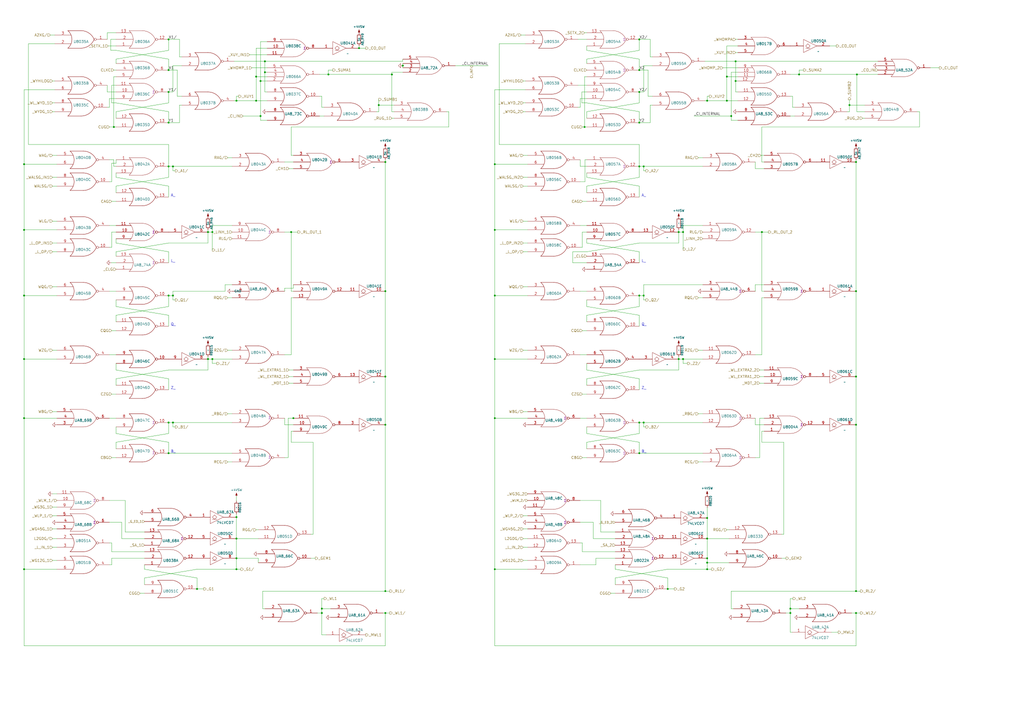
<source format=kicad_sch>
(kicad_sch (version 20211123) (generator eeschema)
  (paper "A2")
  (title_block (title "Logic Flow Diagram - Logic Module A8-A11 Generic") (rev "a") (comment 1 "Ref. Apollo Drawing No. 2005255-, 2005256A, 2005257A, 2005258A") (comment 2 "Important: Pin Layout does not match original Documents") (comment 3 "Side B"))
  (junction (at 66.04 73.66))
  (junction (at 100.33 171.45))
  (junction (at 287.02 171.45))
  (junction (at 223.52 218.44))
  (junction (at 387.35 341.63))
  (junction (at 496.57 218.44))
  (junction (at 421.64 58.42))
  (junction (at 463.55 43.18))
  (junction (at 148.59 44.45))
  (junction (at 426.72 46.99))
  (junction (at 120.65 134.62))
  (junction (at 410.21 323.85))
  (junction (at 370.84 96.52))
  (junction (at 497.078 43.18))
  (junction (at 13.97 208.28))
  (junction (at 137.16 312.42))
  (junction (at 370.84 245.11))
  (junction (at 137.16 58.42))
  (junction (at 100.33 96.52))
  (junction (at 370.84 22.86))
  (junction (at 496.57 93.98))
  (junction (at 223.52 342.9))
  (junction (at 370.84 40.64))
  (junction (at 137.16 330.2))
  (junction (at 186.69 353.06))
  (junction (at 97.79 245.11))
  (junction (at 370.84 71.12))
  (junction (at 223.52 93.98))
  (junction (at 233.68 38.1))
  (junction (at 13.97 171.45))
  (junction (at 97.79 53.34))
  (junction (at 410.21 330.2))
  (junction (at 151.13 67.31))
  (junction (at 153.67 35.56))
  (junction (at 287.02 133.35))
  (junction (at 373.38 96.52))
  (junction (at 114.3 341.63))
  (junction (at 137.16 323.85))
  (junction (at 339.09 73.66))
  (junction (at 370.84 53.34))
  (junction (at 97.79 96.52))
  (junction (at 168.91 134.62))
  (junction (at 190.5 43.18))
  (junction (at 492.76 60.96))
  (junction (at 424.18 67.31))
  (junction (at 208.28 27.94))
  (junction (at 13.97 133.35))
  (junction (at 123.19 208.28))
  (junction (at 223.52 355.6))
  (junction (at 97.79 171.45))
  (junction (at 97.79 40.64))
  (junction (at 410.21 326.39))
  (junction (at 13.97 330.2))
  (junction (at 227.33 43.18))
  (junction (at 287.02 208.28))
  (junction (at 396.24 208.28))
  (junction (at 223.52 246.38))
  (junction (at 97.79 22.86))
  (junction (at 373.38 171.45))
  (junction (at 120.65 208.28))
  (junction (at 151.13 46.99))
  (junction (at 219.71 60.96))
  (junction (at 186.69 355.6))
  (junction (at 97.79 262.89))
  (junction (at 458.47 353.06))
  (junction (at 370.84 171.45))
  (junction (at 13.97 95.25))
  (junction (at 496.57 246.38))
  (junction (at 410.21 300.482))
  (junction (at 100.33 245.11))
  (junction (at 496.57 168.91))
  (junction (at 393.7 134.62))
  (junction (at 426.72 35.56))
  (junction (at 393.7 208.28))
  (junction (at 170.18 242.57))
  (junction (at 123.19 134.62))
  (junction (at 370.84 262.89))
  (junction (at 396.24 134.62))
  (junction (at 287.02 95.25))
  (junction (at 153.67 41.91))
  (junction (at 421.64 44.45))
  (junction (at 373.38 245.11))
  (junction (at 287.02 242.57))
  (junction (at 13.97 242.57))
  (junction (at 441.96 134.62))
  (junction (at 137.16 299.974))
  (junction (at 458.47 355.6))
  (junction (at 287.02 330.2))
  (junction (at 148.59 58.42))
  (junction (at 223.52 168.91))
  (junction (at 496.57 355.6))
  (junction (at 410.21 58.42))
  (junction (at 410.21 312.42))
  (junction (at 97.79 71.12))
  (junction (at 496.57 342.9))
  (wire (pts (xy 153.67 53.34) (xy 154.94 53.34)))
  (wire (pts (xy 104.14 33.02) (xy 105.41 33.02)))
  (wire (pts (xy 66.04 73.66) (xy 67.31 73.66)))
  (wire (pts (xy 340.36 265.43) (xy 337.82 265.43)))
  (wire (pts (xy 410.21 312.42) (xy 410.21 323.85)))
  (wire (pts (xy 287.02 330.2) (xy 306.07 330.2)))
  (wire (pts (xy 458.47 353.06) (xy 463.55 353.06)))
  (wire (pts (xy 303.53 299.212) (xy 306.07 299.212)))
  (wire (pts (xy 168.91 205.74) (xy 168.91 172.72)))
  (wire (pts (xy 377.19 60.96) (xy 378.46 60.96)))
  (wire (pts (xy 458.47 43.18) (xy 463.55 43.18)))
  (wire (pts (xy 304.8 20.32) (xy 302.26 20.32)))
  (wire (pts (xy 336.55 57.15) (xy 340.36 57.15)))
  (wire (pts (xy 466.09 40.64) (xy 463.55 40.64)))
  (wire (pts (xy 123.19 134.62) (xy 123.19 130.81)))
  (wire (pts (xy 370.84 40.64) (xy 370.84 34.29)))
  (wire (pts (xy 501.65 68.58) (xy 500.38 68.58)))
  (wire (pts (xy 407.67 203.2) (xy 405.13 203.2)))
  (wire (pts (xy 97.79 96.52) (xy 97.79 102.87)))
  (wire (pts (xy 30.48 286.512) (xy 33.02 286.512)))
  (wire (pts (xy 373.38 165.1) (xy 373.38 171.45)))
  (wire (pts (xy 83.82 335.28) (xy 83.82 339.09)))
  (wire (pts (xy 340.36 59.69) (xy 337.566 59.69)))
  (wire (pts (xy 134.62 203.2) (xy 132.08 203.2)))
  (wire (pts (xy 337.82 320.04) (xy 356.87 320.04)))
  (wire (pts (xy 67.31 34.29) (xy 67.31 36.83)))
  (wire (pts (xy 67.31 40.64) (xy 66.04 40.64)))
  (wire (pts (xy 63.5 168.91) (xy 67.31 168.91)))
  (wire (pts (xy 186.69 55.88) (xy 186.69 62.23)))
  (wire (pts (xy 340.36 34.29) (xy 340.36 36.83)))
  (wire (pts (xy 287.02 171.45) (xy 306.07 171.45)))
  (wire (pts (xy 97.79 219.71) (xy 67.31 214.63)))
  (wire (pts (xy 190.5 40.64) (xy 190.5 43.18)))
  (wire (pts (xy 120.65 207.01) (xy 120.65 208.28)))
  (wire (pts (xy 165.1 265.43) (xy 167.132 265.43)))
  (wire (pts (xy 67.31 53.34) (xy 62.23 53.34)))
  (wire (pts (xy 97.79 262.89) (xy 97.79 256.54)))
  (wire (pts (xy 340.36 19.05) (xy 339.09 19.05)))
  (wire (pts (xy 339.09 44.45) (xy 339.09 73.66)))
  (wire (pts (xy 33.02 128.27) (xy 30.48 128.27)))
  (wire (pts (xy 186.69 62.23) (xy 187.96 62.23)))
  (wire (pts (xy 168.91 205.74) (xy 165.1 205.74)))
  (wire (pts (xy 13.97 52.07) (xy 13.97 95.25)))
  (wire (pts (xy 100.33 96.52) (xy 100.33 99.06)))
  (wire (pts (xy 13.97 330.2) (xy 13.97 374.65)))
  (wire (pts (xy 137.16 330.2) (xy 139.7 330.2)))
  (wire (pts (xy 396.24 208.28) (xy 396.24 210.82)))
  (wire (pts (xy 100.33 245.11) (xy 100.33 247.65)))
  (wire (pts (xy 13.97 133.35) (xy 13.97 171.45)))
  (wire (pts (xy 370.84 214.63) (xy 340.36 219.71)))
  (wire (pts (xy 287.02 330.2) (xy 287.02 374.65)))
  (wire (pts (xy 482.346 366.776) (xy 486.156 366.776)))
  (wire (pts (xy 153.67 35.56) (xy 153.67 41.91)))
  (wire (pts (xy 304.8 52.07) (xy 287.02 52.07)))
  (wire (pts (xy 421.64 26.67) (xy 421.64 44.45)))
  (wire (pts (xy 373.38 173.99) (xy 374.65 173.99)))
  (wire (pts (xy 336.55 143.51) (xy 337.82 143.51)))
  (wire (pts (xy 370.84 146.05) (xy 340.36 140.97)))
  (wire (pts (xy 63.5 303.022) (xy 70.612 303.022)))
  (wire (pts (xy 438.15 246.38) (xy 438.15 242.57)))
  (wire (pts (xy 170.434 242.57) (xy 170.18 242.57)))
  (wire (pts (xy 438.15 97.79) (xy 443.23 97.79)))
  (wire (pts (xy 306.07 166.37) (xy 303.53 166.37)))
  (wire (pts (xy 441.96 134.62) (xy 445.77 134.62)))
  (wire (pts (xy 459.486 366.776) (xy 458.47 366.776)))
  (wire (pts (xy 396.24 134.62) (xy 396.24 144.526)))
  (wire (pts (xy 410.21 312.42) (xy 422.91 312.42)))
  (wire (pts (xy 348.488 308.61) (xy 356.87 308.61)))
  (wire (pts (xy 97.79 256.54) (xy 67.31 251.46)))
  (wire (pts (xy 370.84 226.06) (xy 370.84 219.71)))
  (wire (pts (xy 407.67 172.72) (xy 405.13 172.72)))
  (wire (pts (xy 16.51 25.4) (xy 31.75 25.4)))
  (wire (pts (xy 260.35 64.77) (xy 260.35 73.66)))
  (wire (pts (xy 33.02 294.132) (xy 30.48 294.132)))
  (wire (pts (xy 340.36 191.77) (xy 337.82 191.77)))
  (wire (pts (xy 497.078 43.18) (xy 497.078 64.77)))
  (wire (pts (xy 123.19 208.28) (xy 134.62 208.28)))
  (wire (pts (xy 123.19 130.81) (xy 134.62 130.81)))
  (wire (pts (xy 120.65 140.97) (xy 97.79 140.97)))
  (wire (pts (xy 137.16 312.42) (xy 137.16 323.85)))
  (wire (pts (xy 62.738 26.67) (xy 67.31 26.67)))
  (wire (pts (xy 181.61 256.54) (xy 168.91 256.54)))
  (wire (pts (xy 137.16 298.196) (xy 137.16 299.974)))
  (wire (pts (xy 370.84 40.64) (xy 375.92 40.64)))
  (wire (pts (xy 336.55 96.52) (xy 336.55 92.71)))
  (wire (pts (xy 370.84 64.77) (xy 340.36 59.69)))
  (wire (pts (xy 370.84 53.34) (xy 370.84 59.69)))
  (wire (pts (xy 287.02 171.45) (xy 287.02 208.28)))
  (wire (pts (xy 97.79 53.34) (xy 100.33 53.34)))
  (wire (pts (xy 370.84 59.69) (xy 340.36 64.77)))
  (wire (pts (xy 370.84 251.46) (xy 340.36 256.54)))
  (wire (pts (xy 304.8 46.99) (xy 303.53 46.99)))
  (wire (pts (xy 533.4 73.66) (xy 441.96 73.66)))
  (wire (pts (xy 186.69 347.218) (xy 187.96 347.218)))
  (wire (pts (xy 33.02 317.5) (xy 30.48 317.5)))
  (wire (pts (xy 289.56 25.4) (xy 304.8 25.4)))
  (wire (pts (xy 410.21 300.482) (xy 410.21 312.42)))
  (wire (pts (xy 453.39 323.85) (xy 455.93 323.85)))
  (wire (pts (xy 424.18 342.9) (xy 496.57 342.9)))
  (wire (pts (xy 373.38 245.11) (xy 373.38 247.65)))
  (wire (pts (xy 491.49 64.77) (xy 492.76 64.77)))
  (wire (pts (xy 31.75 59.69) (xy 30.48 59.69)))
  (wire (pts (xy 130.556 165.1) (xy 130.556 168.91)))
  (wire (pts (xy 427.99 22.86) (xy 426.72 22.86)))
  (wire (pts (xy 135.89 35.56) (xy 153.67 35.56)))
  (wire (pts (xy 373.38 38.1) (xy 378.46 38.1)))
  (wire (pts (xy 31.75 52.07) (xy 13.97 52.07)))
  (wire (pts (xy 102.87 40.64) (xy 102.87 55.88)))
  (wire (pts (xy 97.79 22.86) (xy 104.14 22.86)))
  (wire (pts (xy 67.31 96.52) (xy 66.04 96.52)))
  (wire (pts (xy 148.59 44.45) (xy 154.94 44.45)))
  (wire (pts (xy 373.38 245.11) (xy 407.67 245.11)))
  (wire (pts (xy 148.59 27.94) (xy 148.59 44.45)))
  (wire (pts (xy 396.24 130.81) (xy 396.24 134.62)))
  (wire (pts (xy 337.566 53.34) (xy 340.36 53.34)))
  (wire (pts (xy 454.66 309.88) (xy 454.66 256.54)))
  (wire (pts (xy 33.02 102.87) (xy 30.48 102.87)))
  (wire (pts (xy 336.55 303.022) (xy 344.17 303.022)))
  (wire (pts (xy 72.644 290.322) (xy 63.5 290.322)))
  (wire (pts (xy 100.33 168.91) (xy 130.556 168.91)))
  (wire (pts (xy 151.13 69.85) (xy 151.13 67.31)))
  (wire (pts (xy 97.79 152.4) (xy 97.79 146.05)))
  (wire (pts (xy 443.23 222.25) (xy 440.69 222.25)))
  (wire (pts (xy 393.7 207.01) (xy 393.7 208.28)))
  (wire (pts (xy 410.21 326.39) (xy 410.21 323.85)))
  (wire (pts (xy 67.31 214.63) (xy 67.31 210.82)))
  (wire (pts (xy 100.33 99.06) (xy 101.6 99.06)))
  (wire (pts (xy 97.79 146.05) (xy 67.31 140.97)))
  (wire (pts (xy 496.57 218.44) (xy 496.57 246.38)))
  (wire (pts (xy 410.21 330.2) (xy 412.75 330.2)))
  (wire (pts (xy 67.31 177.8) (xy 67.31 173.99)))
  (wire (pts (xy 13.97 95.25) (xy 33.02 95.25)))
  (wire (pts (xy 336.55 205.74) (xy 340.36 205.74)))
  (wire (pts (xy 306.07 317.5) (xy 303.53 317.5)))
  (wire (pts (xy 170.18 222.25) (xy 167.64 222.25)))
  (wire (pts (xy 370.84 152.4) (xy 370.84 146.05)))
  (wire (pts (xy 443.23 90.17) (xy 441.452 90.17)))
  (wire (pts (xy 373.38 171.45) (xy 373.38 173.99)))
  (wire (pts (xy 340.36 256.54) (xy 340.36 260.35)))
  (wire (pts (xy 356.87 327.66) (xy 356.87 330.2)))
  (wire (pts (xy 67.31 116.84) (xy 64.77 116.84)))
  (wire (pts (xy 260.35 73.66) (xy 168.91 73.66)))
  (wire (pts (xy 387.35 335.28) (xy 356.87 330.2)))
  (wire (pts (xy 64.77 94.742) (xy 64.77 105.41)))
  (wire (pts (xy 104.14 60.96) (xy 105.41 60.96)))
  (wire (pts (xy 387.35 341.63) (xy 391.16 341.63)))
  (wire (pts (xy 62.23 53.34) (xy 62.23 49.53)))
  (wire (pts (xy 100.33 171.45) (xy 100.33 173.99)))
  (wire (pts (xy 170.18 168.91) (xy 168.91 168.91)))
  (wire (pts (xy 496.57 246.38) (xy 496.57 342.9)))
  (wire (pts (xy 441.96 250.19) (xy 441.96 256.54)))
  (wire (pts (xy 496.57 355.6) (xy 499.11 355.6)))
  (wire (pts (xy 33.02 140.97) (xy 30.48 140.97)))
  (wire (pts (xy 340.36 26.67) (xy 340.36 29.21)))
  (wire (pts (xy 454.66 256.54) (xy 441.96 256.54)))
  (wire (pts (xy 186.69 353.06) (xy 191.77 353.06)))
  (wire (pts (xy 97.79 182.88) (xy 67.31 177.8)))
  (wire (pts (xy 370.84 107.95) (xy 340.36 102.87)))
  (wire (pts (xy 336.55 105.41) (xy 339.344 105.41)))
  (wire (pts (xy 67.31 49.53) (xy 64.77 49.53)))
  (wire (pts (xy 67.31 107.95) (xy 67.31 111.76)))
  (wire (pts (xy 387.35 330.2) (xy 356.87 335.28)))
  (wire (pts (xy 345.694 327.66) (xy 345.694 323.85)))
  (wire (pts (xy 63.5 205.74) (xy 67.31 205.74)))
  (wire (pts (xy 185.42 55.88) (xy 186.69 55.88)))
  (wire (pts (xy 208.28 27.94) (xy 212.09 27.94)))
  (wire (pts (xy 33.02 306.832) (xy 30.48 306.832)))
  (wire (pts (xy 370.84 262.89) (xy 370.84 256.54)))
  (wire (pts (xy 64.77 94.742) (xy 67.31 94.742)))
  (wire (pts (xy 223.52 92.71) (xy 223.52 93.98)))
  (wire (pts (xy 67.31 265.43) (xy 64.77 265.43)))
  (wire (pts (xy 66.04 73.66) (xy 66.04 44.45)))
  (wire (pts (xy 13.97 95.25) (xy 13.97 133.35)))
  (wire (pts (xy 67.31 182.88) (xy 67.31 186.69)))
  (wire (pts (xy 370.84 182.88) (xy 340.36 177.8)))
  (wire (pts (xy 100.33 168.91) (xy 100.33 171.45)))
  (wire (pts (xy 303.53 312.42) (xy 306.07 312.42)))
  (wire (pts (xy 287.02 242.57) (xy 306.07 242.57)))
  (wire (pts (xy 443.23 250.19) (xy 441.96 250.19)))
  (wire (pts (xy 458.47 55.88) (xy 459.74 55.88)))
  (wire (pts (xy 97.79 262.89) (xy 134.62 262.89)))
  (wire (pts (xy 97.79 96.52) (xy 100.33 96.52)))
  (wire (pts (xy 67.31 146.05) (xy 67.31 148.59)))
  (wire (pts (xy 233.68 38.1) (xy 233.68 39.37)))
  (wire (pts (xy 137.16 55.88) (xy 138.43 55.88)))
  (wire (pts (xy 443.23 246.38) (xy 438.15 246.38)))
  (wire (pts (xy 407.67 267.97) (xy 405.13 267.97)))
  (wire (pts (xy 339.344 92.71) (xy 339.344 105.41)))
  (wire (pts (xy 370.84 256.54) (xy 340.36 251.46)))
  (wire (pts (xy 370.84 171.45) (xy 370.84 177.8)))
  (wire (pts (xy 375.92 55.88) (xy 378.46 55.88)))
  (wire (pts (xy 377.19 71.12) (xy 370.84 71.12)))
  (wire (pts (xy 100.33 53.34) (xy 100.33 38.1)))
  (wire (pts (xy 190.5 43.18) (xy 227.33 43.18)))
  (wire (pts (xy 137.16 58.42) (xy 148.59 58.42)))
  (wire (pts (xy 438.15 165.1) (xy 438.15 168.91)))
  (wire (pts (xy 440.69 242.57) (xy 440.69 265.43)))
  (wire (pts (xy 66.04 96.52) (xy 66.04 92.71)))
  (wire (pts (xy 370.84 71.12) (xy 370.84 64.77)))
  (wire (pts (xy 370.84 102.87) (xy 340.36 107.95)))
  (wire (pts (xy 332.232 152.4) (xy 340.36 152.4)))
  (wire (pts (xy 67.31 59.69) (xy 64.77 59.69)))
  (wire (pts (xy 153.67 41.91) (xy 154.94 41.91)))
  (wire (pts (xy 227.33 64.77) (xy 228.6 64.77)))
  (wire (pts (xy 443.23 214.63) (xy 440.69 214.63)))
  (wire (pts (xy 100.33 245.11) (xy 134.62 245.11)))
  (wire (pts (xy 114.3 335.28) (xy 83.82 330.2)))
  (wire (pts (xy 123.19 208.28) (xy 123.19 210.82)))
  (wire (pts (xy 120.65 214.63) (xy 97.79 214.63)))
  (wire (pts (xy 373.38 96.52) (xy 407.67 96.52)))
  (wire (pts (xy 186.69 353.06) (xy 186.69 355.6)))
  (wire (pts (xy 97.79 189.23) (xy 97.79 182.88)))
  (wire (pts (xy 370.84 22.86) (xy 377.19 22.86)))
  (wire (pts (xy 123.19 210.82) (xy 125.73 210.82)))
  (wire (pts (xy 287.02 208.28) (xy 306.07 208.28)))
  (wire (pts (xy 67.31 94.742) (xy 67.31 92.71)))
  (wire (pts (xy 453.39 309.88) (xy 454.66 309.88)))
  (wire (pts (xy 304.8 59.69) (xy 303.53 59.69)))
  (wire (pts (xy 100.33 247.65) (xy 101.6 247.65)))
  (wire (pts (xy 370.84 245.11) (xy 373.38 245.11)))
  (wire (pts (xy 167.64 218.44) (xy 170.18 218.44)))
  (wire (pts (xy 165.1 167.132) (xy 165.1 168.91)))
  (wire (pts (xy 340.36 138.43) (xy 340.36 140.97)))
  (wire (pts (xy 441.96 73.66) (xy 441.96 93.98)))
  (wire (pts (xy 114.3 330.2) (xy 83.82 335.28)))
  (wire (pts (xy 370.84 189.23) (xy 370.84 182.88)))
  (wire (pts (xy 170.18 167.132) (xy 165.1 167.132)))
  (wire (pts (xy 393.7 133.35) (xy 393.7 134.62)))
  (wire (pts (xy 410.21 326.39) (xy 422.91 326.39)))
  (wire (pts (xy 97.79 83.82) (xy 16.51 83.82)))
  (wire (pts (xy 137.16 323.85) (xy 149.86 323.85)))
  (wire (pts (xy 97.79 177.8) (xy 67.31 182.88)))
  (wire (pts (xy 393.7 140.97) (xy 370.84 140.97)))
  (wire (pts (xy 407.67 240.03) (xy 405.13 240.03)))
  (wire (pts (xy 496.57 342.9) (xy 499.11 342.9)))
  (wire (pts (xy 97.79 114.3) (xy 97.79 107.95)))
  (wire (pts (xy 264.16 38.1) (xy 283.21 38.1)))
  (wire (pts (xy 492.76 60.96) (xy 492.76 64.77)))
  (wire (pts (xy 233.68 36.83) (xy 233.68 38.1)))
  (wire (pts (xy 67.31 29.21) (xy 64.262 29.21)))
  (wire (pts (xy 356.87 335.28) (xy 356.87 339.09)))
  (wire (pts (xy 227.33 41.91) (xy 227.33 43.18)))
  (wire (pts (xy 97.79 171.45) (xy 97.79 177.8)))
  (wire (pts (xy 424.18 41.91) (xy 427.99 41.91)))
  (wire (pts (xy 63.5 130.81) (xy 67.31 130.81)))
  (wire (pts (xy 443.23 93.98) (xy 441.96 93.98)))
  (wire (pts (xy 16.51 83.82) (xy 16.51 25.4)))
  (wire (pts (xy 441.96 172.72) (xy 443.23 172.72)))
  (wire (pts (xy 33.02 90.17) (xy 30.48 90.17)))
  (wire (pts (xy 185.42 43.18) (xy 190.5 43.18)))
  (wire (pts (xy 396.24 130.81) (xy 407.67 130.81)))
  (wire (pts (xy 370.84 53.34) (xy 373.38 53.34)))
  (wire (pts (xy 64.77 323.85) (xy 83.82 323.85)))
  (wire (pts (xy 67.31 152.4) (xy 64.516 152.4)))
  (wire (pts (xy 306.07 128.27) (xy 303.53 128.27)))
  (wire (pts (xy 458.47 353.06) (xy 458.47 347.218)))
  (wire (pts (xy 441.96 205.74) (xy 441.96 172.72)))
  (wire (pts (xy 33.02 166.37) (xy 30.48 166.37)))
  (wire (pts (xy 424.18 69.85) (xy 427.99 69.85)))
  (wire (pts (xy 393.7 208.28) (xy 396.24 208.28)))
  (wire (pts (xy 120.65 208.28) (xy 123.19 208.28)))
  (wire (pts (xy 64.77 143.51) (xy 64.77 134.62)))
  (wire (pts (xy 64.77 314.96) (xy 64.77 320.04)))
  (wire (pts (xy 223.52 355.6) (xy 223.52 374.65)))
  (wire (pts (xy 63.5 57.15) (xy 67.31 57.15)))
  (wire (pts (xy 134.62 240.03) (xy 132.08 240.03)))
  (wire (pts (xy 373.38 165.1) (xy 407.67 165.1)))
  (wire (pts (xy 154.94 27.94) (xy 148.59 27.94)))
  (wire (pts (xy 151.13 69.85) (xy 154.94 69.85)))
  (wire (pts (xy 336.55 130.81) (xy 340.36 130.81)))
  (wire (pts (xy 31.75 64.77) (xy 30.48 64.77)))
  (wire (pts (xy 393.7 214.63) (xy 370.84 214.63)))
  (wire (pts (xy 165.1 134.62) (xy 168.91 134.62)))
  (wire (pts (xy 336.55 62.23) (xy 336.55 57.15)))
  (wire (pts (xy 458.47 347.218) (xy 459.994 347.218)))
  (wire (pts (xy 410.21 58.42) (xy 421.64 58.42)))
  (wire (pts (xy 492.76 57.912) (xy 492.76 60.96)))
  (wire (pts (xy 64.77 320.04) (xy 83.82 320.04)))
  (wire (pts (xy 370.84 22.86) (xy 370.84 29.21)))
  (wire (pts (xy 97.79 40.64) (xy 97.79 34.29)))
  (wire (pts (xy 426.72 46.99) (xy 427.99 46.99)))
  (wire (pts (xy 63.5 143.51) (xy 64.77 143.51)))
  (wire (pts (xy 441.96 134.62) (xy 441.96 168.91)))
  (wire (pts (xy 306.07 102.87) (xy 303.53 102.87)))
  (wire (pts (xy 427.99 30.48) (xy 426.72 30.48)))
  (wire (pts (xy 151.13 46.99) (xy 151.13 67.31)))
  (wire (pts (xy 104.14 22.86) (xy 104.14 33.02)))
  (wire (pts (xy 130.556 165.1) (xy 134.62 165.1)))
  (wire (pts (xy 227.33 41.91) (xy 233.68 41.91)))
  (wire (pts (xy 67.31 102.87) (xy 67.31 100.33)))
  (wire (pts (xy 135.89 58.42) (xy 137.16 58.42)))
  (wire (pts (xy 62.23 22.86) (xy 62.23 19.05)))
  (wire (pts (xy 104.14 71.12) (xy 104.14 60.96)))
  (wire (pts (xy 306.07 203.2) (xy 303.53 203.2)))
  (wire (pts (xy 402.59 67.31) (xy 424.18 67.31)))
  (wire (pts (xy 13.97 330.2) (xy 33.02 330.2)))
  (wire (pts (xy 373.38 247.65) (xy 374.65 247.65)))
  (wire (pts (xy 168.91 172.72) (xy 170.18 172.72)))
  (wire (pts (xy 63.5 314.96) (xy 64.77 314.96)))
  (wire (pts (xy 63.5 73.66) (xy 66.04 73.66)))
  (wire (pts (xy 336.55 242.57) (xy 340.36 242.57)))
  (wire (pts (xy 396.24 208.28) (xy 407.67 208.28)))
  (wire (pts (xy 170.18 214.63) (xy 167.64 214.63)))
  (wire (pts (xy 344.17 303.022) (xy 344.17 312.42)))
  (wire (pts (xy 387.35 341.63) (xy 387.35 335.28)))
  (wire (pts (xy 494.03 355.6) (xy 496.57 355.6)))
  (wire (pts (xy 339.09 73.66) (xy 340.36 73.66)))
  (wire (pts (xy 97.79 245.11) (xy 97.79 251.46)))
  (wire (pts (xy 459.74 62.23) (xy 461.01 62.23)))
  (wire (pts (xy 421.64 44.45) (xy 427.99 44.45)))
  (wire (pts (xy 340.36 182.88) (xy 340.36 186.69)))
  (wire (pts (xy 370.84 83.82) (xy 289.56 83.82)))
  (wire (pts (xy 120.65 134.62) (xy 120.65 140.97)))
  (wire (pts (xy 62.23 62.23) (xy 63.5 62.23)))
  (wire (pts (xy 348.488 290.322) (xy 348.488 308.61)))
  (wire (pts (xy 335.28 49.53) (xy 340.36 49.53)))
  (wire (pts (xy 306.07 306.832) (xy 303.53 306.832)))
  (wire (pts (xy 33.02 238.76) (xy 30.48 238.76)))
  (wire (pts (xy 458.47 67.31) (xy 461.01 67.31)))
  (wire (pts (xy 63.5 242.57) (xy 67.31 242.57)))
  (wire (pts (xy 97.79 40.64) (xy 102.87 40.64)))
  (wire (pts (xy 170.18 250.19) (xy 168.91 250.19)))
  (wire (pts (xy 30.48 299.212) (xy 33.02 299.212)))
  (wire (pts (xy 63.5 327.66) (xy 64.77 327.66)))
  (wire (pts (xy 33.02 146.05) (xy 30.48 146.05)))
  (wire (pts (xy 218.44 64.77) (xy 219.71 64.77)))
  (wire (pts (xy 370.84 171.45) (xy 373.38 171.45)))
  (wire (pts (xy 223.52 93.98) (xy 223.52 168.91)))
  (wire (pts (xy 104.14 71.12) (xy 97.79 71.12)))
  (wire (pts (xy 228.6 68.58) (xy 227.33 68.58)))
  (wire (pts (xy 287.02 133.35) (xy 306.07 133.35)))
  (wire (pts (xy 339.09 44.45) (xy 340.36 44.45)))
  (wire (pts (xy 97.79 71.12) (xy 97.79 64.77)))
  (wire (pts (xy 134.62 172.72) (xy 132.08 172.72)))
  (wire (pts (xy 13.97 171.45) (xy 33.02 171.45)))
  (wire (pts (xy 425.45 353.06) (xy 424.18 353.06)))
  (wire (pts (xy 340.36 219.71) (xy 340.36 223.52)))
  (wire (pts (xy 421.64 58.42) (xy 427.99 58.42)))
  (wire (pts (xy 496.57 168.91) (xy 496.57 218.44)))
  (wire (pts (xy 151.13 24.13) (xy 151.13 46.99)))
  (wire (pts (xy 424.18 353.06) (xy 424.18 342.9)))
  (wire (pts (xy 337.82 134.62) (xy 337.82 143.51)))
  (wire (pts (xy 144.78 31.75) (xy 154.94 31.75)))
  (wire (pts (xy 259.08 64.77) (xy 260.35 64.77)))
  (wire (pts (xy 97.79 251.46) (xy 67.31 256.54)))
  (wire (pts (xy 373.38 96.52) (xy 373.38 99.06)))
  (wire (pts (xy 97.79 102.87) (xy 67.31 107.95)))
  (wire (pts (xy 120.65 133.35) (xy 120.65 134.62)))
  (wire (pts (xy 438.15 134.62) (xy 441.96 134.62)))
  (wire (pts (xy 64.262 22.86) (xy 67.31 22.86)))
  (wire (pts (xy 443.23 165.1) (xy 438.15 165.1)))
  (wire (pts (xy 340.36 146.05) (xy 332.232 146.05)))
  (wire (pts (xy 496.57 355.6) (xy 496.57 374.65)))
  (wire (pts (xy 377.19 22.86) (xy 377.19 33.02)))
  (wire (pts (xy 287.02 208.28) (xy 287.02 242.57)))
  (wire (pts (xy 370.84 114.3) (xy 370.84 107.95)))
  (wire (pts (xy 186.69 353.06) (xy 186.69 347.218)))
  (wire (pts (xy 345.694 323.85) (xy 356.87 323.85)))
  (wire (pts (xy 481.33 26.67) (xy 485.14 26.67)))
  (wire (pts (xy 100.33 38.1) (xy 105.41 38.1)))
  (wire (pts (xy 227.33 43.18) (xy 227.33 64.77)))
  (wire (pts (xy 340.36 64.77) (xy 340.36 68.58)))
  (wire (pts (xy 170.18 246.38) (xy 165.1 246.38)))
  (wire (pts (xy 13.97 171.45) (xy 13.97 208.28)))
  (wire (pts (xy 168.91 134.62) (xy 172.72 134.62)))
  (wire (pts (xy 193.04 40.64) (xy 190.5 40.64)))
  (wire (pts (xy 370.84 96.52) (xy 370.84 102.87)))
  (wire (pts (xy 306.07 146.05) (xy 303.53 146.05)))
  (wire (pts (xy 340.36 214.63) (xy 340.36 210.82)))
  (wire (pts (xy 102.87 55.88) (xy 105.41 55.88)))
  (wire (pts (xy 223.52 355.6) (xy 226.06 355.6)))
  (wire (pts (xy 306.07 90.17) (xy 303.53 90.17)))
  (wire (pts (xy 140.97 67.31) (xy 151.13 67.31)))
  (wire (pts (xy 134.62 91.44) (xy 132.08 91.44)))
  (wire (pts (xy 497.078 43.18) (xy 509.27 43.18)))
  (wire (pts (xy 64.77 134.62) (xy 67.31 134.62)))
  (wire (pts (xy 97.79 171.45) (xy 100.33 171.45)))
  (wire (pts (xy 114.3 341.63) (xy 118.11 341.63)))
  (wire (pts (xy 463.55 43.18) (xy 497.078 43.18)))
  (wire (pts (xy 149.86 323.85) (xy 149.86 326.39)))
  (wire (pts (xy 424.18 69.85) (xy 424.18 67.31)))
  (wire (pts (xy 348.488 290.322) (xy 336.55 290.322)))
  (wire (pts (xy 337.82 314.96) (xy 337.82 320.04)))
  (wire (pts (xy 306.07 140.97) (xy 303.53 140.97)))
  (wire (pts (xy 151.13 24.13) (xy 154.94 24.13)))
  (wire (pts (xy 410.21 294.386) (xy 410.21 300.482)))
  (wire (pts (xy 492.76 60.96) (xy 501.65 60.96)))
  (wire (pts (xy 13.97 208.28) (xy 13.97 242.57)))
  (wire (pts (xy 31.75 20.32) (xy 29.21 20.32)))
  (wire (pts (xy 148.59 44.45) (xy 148.59 58.42)))
  (wire (pts (xy 336.55 168.91) (xy 340.36 168.91)))
  (wire (pts (xy 370.84 29.21) (xy 340.36 34.29)))
  (wire (pts (xy 63.5 105.41) (xy 64.77 105.41)))
  (wire (pts (xy 137.16 312.42) (xy 149.86 312.42)))
  (wire (pts (xy 287.02 133.35) (xy 287.02 171.45)))
  (wire (pts (xy 345.694 327.66) (xy 336.55 327.66)))
  (wire (pts (xy 370.84 219.71) (xy 340.36 214.63)))
  (wire (pts (xy 62.23 19.05) (xy 67.31 19.05)))
  (wire (pts (xy 340.36 100.33) (xy 340.36 102.87)))
  (wire (pts (xy 153.67 41.91) (xy 153.67 53.34)))
  (wire (pts (xy 223.52 342.9) (xy 226.06 342.9)))
  (wire (pts (xy 168.91 250.19) (xy 168.91 256.54)))
  (wire (pts (xy 356.87 344.17) (xy 354.33 344.17)))
  (wire (pts (xy 340.36 134.62) (xy 337.82 134.62)))
  (wire (pts (xy 97.79 107.95) (xy 67.31 102.87)))
  (wire (pts (xy 496.57 92.71) (xy 496.57 93.98)))
  (wire (pts (xy 149.86 307.34) (xy 148.59 307.34)))
  (wire (pts (xy 83.82 330.2) (xy 83.82 327.66)))
  (wire (pts (xy 426.72 53.34) (xy 427.99 53.34)))
  (wire (pts (xy 419.354 39.37) (xy 427.99 39.37)))
  (wire (pts (xy 168.91 73.66) (xy 168.91 90.17)))
  (wire (pts (xy 63.5 62.23) (xy 63.5 57.15)))
  (wire (pts (xy 100.33 96.52) (xy 134.62 96.52)))
  (wire (pts (xy 97.79 214.63) (xy 67.31 219.71)))
  (wire (pts (xy 167.64 97.79) (xy 170.18 97.79)))
  (wire (pts (xy 375.92 40.64) (xy 375.92 55.88)))
  (wire (pts (xy 370.84 83.82) (xy 370.84 96.52)))
  (wire (pts (xy 223.52 168.91) (xy 223.52 218.44)))
  (wire (pts (xy 180.34 323.85) (xy 182.88 323.85)))
  (wire (pts (xy 463.55 40.64) (xy 463.55 43.18)))
  (wire (pts (xy 458.47 355.6) (xy 458.47 366.776)))
  (wire (pts (xy 223.52 246.38) (xy 223.52 342.9)))
  (wire (pts (xy 66.04 92.71) (xy 63.5 92.71)))
  (wire (pts (xy 340.36 107.95) (xy 340.36 111.76)))
  (wire (pts (xy 287.02 95.25) (xy 287.02 133.35)))
  (wire (pts (xy 370.84 262.89) (xy 407.67 262.89)))
  (wire (pts (xy 426.72 35.56) (xy 509.27 35.56)))
  (wire (pts (xy 387.35 330.2) (xy 410.21 330.2)))
  (wire (pts (xy 67.31 228.6) (xy 64.77 228.6)))
  (wire (pts (xy 458.47 353.06) (xy 458.47 355.6)))
  (wire (pts (xy 152.4 342.9) (xy 152.4 353.06)))
  (wire (pts (xy 337.82 73.66) (xy 339.09 73.66)))
  (wire (pts (xy 30.48 312.42) (xy 33.02 312.42)))
  (wire (pts (xy 64.77 327.66) (xy 64.77 323.85)))
  (wire (pts (xy 344.17 312.42) (xy 356.87 312.42)))
  (wire (pts (xy 70.612 312.42) (xy 83.82 312.42)))
  (wire (pts (xy 97.79 22.86) (xy 97.79 29.21)))
  (wire (pts (xy 422.91 307.34) (xy 421.64 307.34)))
  (wire (pts (xy 336.55 314.96) (xy 337.82 314.96)))
  (wire (pts (xy 370.84 177.8) (xy 340.36 182.88)))
  (wire (pts (xy 421.64 26.67) (xy 427.99 26.67)))
  (wire (pts (xy 180.34 309.88) (xy 181.61 309.88)))
  (wire (pts (xy 97.79 29.21) (xy 67.31 34.29)))
  (wire (pts (xy 72.644 308.61) (xy 83.82 308.61)))
  (wire (pts (xy 373.38 53.34) (xy 373.38 38.1)))
  (wire (pts (xy 455.93 355.6) (xy 458.47 355.6)))
  (wire (pts (xy 223.52 218.44) (xy 223.52 246.38)))
  (wire (pts (xy 97.79 226.06) (xy 97.79 219.71)))
  (wire (pts (xy 426.72 35.56) (xy 426.72 46.99)))
  (wire (pts (xy 66.04 44.45) (xy 67.31 44.45)))
  (wire (pts (xy 393.7 208.28) (xy 393.7 214.63)))
  (wire (pts (xy 100.33 173.99) (xy 101.6 173.99)))
  (wire (pts (xy 440.69 242.57) (xy 443.23 242.57)))
  (wire (pts (xy 287.02 95.25) (xy 306.07 95.25)))
  (wire (pts (xy 152.4 342.9) (xy 223.52 342.9)))
  (wire (pts (xy 377.19 71.12) (xy 377.19 60.96)))
  (wire (pts (xy 393.7 134.62) (xy 396.24 134.62)))
  (wire (pts (xy 533.4 64.77) (xy 533.4 73.66)))
  (wire (pts (xy 33.02 203.2) (xy 30.48 203.2)))
  (wire (pts (xy 97.79 140.97) (xy 67.31 146.05)))
  (wire (pts (xy 168.91 134.62) (xy 168.91 168.91)))
  (wire (pts (xy 72.644 290.322) (xy 72.644 308.61)))
  (wire (pts (xy 137.16 323.85) (xy 137.16 330.2)))
  (wire (pts (xy 340.36 177.8) (xy 340.36 173.99)))
  (wire (pts (xy 31.75 46.99) (xy 30.48 46.99)))
  (wire (pts (xy 339.344 92.71) (xy 340.36 92.71)))
  (wire (pts (xy 335.28 62.23) (xy 336.55 62.23)))
  (wire (pts (xy 228.6 60.96) (xy 219.71 60.96)))
  (wire (pts (xy 67.31 251.46) (xy 67.31 247.65)))
  (wire (pts (xy 233.68 34.29) (xy 233.68 35.56)))
  (wire (pts (xy 33.02 325.12) (xy 30.48 325.12)))
  (wire (pts (xy 408.94 35.56) (xy 426.72 35.56)))
  (wire (pts (xy 410.21 326.39) (xy 410.21 330.2)))
  (wire (pts (xy 496.57 374.65) (xy 287.02 374.65)))
  (wire (pts (xy 223.52 374.65) (xy 13.97 374.65)))
  (wire (pts (xy 70.612 303.022) (xy 70.612 312.42)))
  (wire (pts (xy 13.97 133.35) (xy 33.02 133.35)))
  (wire (pts (xy 137.16 58.42) (xy 137.16 55.88)))
  (wire (pts (xy 219.71 60.96) (xy 219.71 64.77)))
  (wire (pts (xy 64.262 29.21) (xy 64.262 22.86)))
  (wire (pts (xy 306.07 107.95) (xy 303.53 107.95)))
  (wire (pts (xy 219.71 60.96) (xy 219.71 57.658)))
  (wire (pts (xy 340.36 228.6) (xy 337.82 228.6)))
  (wire (pts (xy 123.19 134.62) (xy 123.19 145.034)))
  (wire (pts (xy 137.16 287.782) (xy 137.16 290.576)))
  (wire (pts (xy 410.21 58.42) (xy 410.21 55.88)))
  (wire (pts (xy 170.18 165.1) (xy 170.18 167.132)))
  (wire (pts (xy 67.31 191.77) (xy 64.77 191.77)))
  (wire (pts (xy 370.84 96.52) (xy 373.38 96.52)))
  (wire (pts (xy 64.77 49.53) (xy 64.77 59.69)))
  (wire (pts (xy 97.79 64.77) (xy 67.31 59.69)))
  (wire (pts (xy 337.566 59.69) (xy 337.566 53.34)))
  (wire (pts (xy 97.79 245.11) (xy 100.33 245.11)))
  (wire (pts (xy 148.59 58.42) (xy 154.94 58.42)))
  (wire (pts (xy 407.67 91.44) (xy 405.13 91.44)))
  (wire (pts (xy 438.15 265.43) (xy 440.69 265.43)))
  (wire (pts (xy 168.91 90.17) (xy 170.18 90.17)))
  (wire (pts (xy 332.232 146.05) (xy 332.232 152.4)))
  (wire (pts (xy 97.79 34.29) (xy 67.31 29.21)))
  (wire (pts (xy 185.42 67.31) (xy 187.96 67.31)))
  (wire (pts (xy 33.02 107.95) (xy 30.48 107.95)))
  (wire (pts (xy 304.8 64.77) (xy 303.53 64.77)))
  (wire (pts (xy 335.28 22.86) (xy 340.36 22.86)))
  (wire (pts (xy 373.38 99.06) (xy 374.65 99.06)))
  (wire (pts (xy 67.31 140.97) (xy 67.31 138.43)))
  (wire (pts (xy 13.97 242.57) (xy 33.02 242.57)))
  (wire (pts (xy 396.24 210.82) (xy 398.78 210.82)))
  (wire (pts (xy 408.94 58.42) (xy 410.21 58.42)))
  (wire (pts (xy 440.69 218.44) (xy 443.23 218.44)))
  (wire (pts (xy 441.96 205.74) (xy 438.15 205.74)))
  (wire (pts (xy 222.25 355.6) (xy 223.52 355.6)))
  (wire (pts (xy 120.65 134.62) (xy 123.19 134.62)))
  (wire (pts (xy 184.15 355.6) (xy 186.69 355.6)))
  (wire (pts (xy 532.13 64.77) (xy 533.4 64.77)))
  (wire (pts (xy 114.3 341.63) (xy 114.3 335.28)))
  (wire (pts (xy 370.84 245.11) (xy 370.84 251.46)))
  (wire (pts (xy 151.13 46.99) (xy 154.94 46.99)))
  (wire (pts (xy 496.57 93.98) (xy 496.57 168.91)))
  (wire (pts (xy 67.31 219.71) (xy 67.31 223.52)))
  (wire (pts (xy 167.132 242.57) (xy 167.132 265.43)))
  (wire (pts (xy 170.18 242.57) (xy 167.132 242.57)))
  (wire (pts (xy 186.69 368.3) (xy 186.69 355.6)))
  (wire (pts (xy 13.97 208.28) (xy 33.02 208.28)))
  (wire (pts (xy 165.1 246.38) (xy 165.1 242.57)))
  (wire (pts (xy 152.4 353.06) (xy 153.67 353.06)))
  (wire (pts (xy 426.72 46.99) (xy 426.72 53.34)))
  (wire (pts (xy 370.84 140.97) (xy 340.36 146.05)))
  (wire (pts (xy 289.56 83.82) (xy 289.56 25.4)))
  (wire (pts (xy 340.36 96.52) (xy 336.55 96.52)))
  (wire (pts (xy 441.96 168.91) (xy 443.23 168.91)))
  (wire (pts (xy 170.18 93.98) (xy 165.1 93.98)))
  (wire (pts (xy 421.64 44.45) (xy 421.64 58.42)))
  (wire (pts (xy 134.62 267.97) (xy 132.08 267.97)))
  (wire (pts (xy 377.19 33.02) (xy 378.46 33.02)))
  (wire (pts (xy 497.078 64.77) (xy 501.65 64.77)))
  (wire (pts (xy 153.67 35.56) (xy 233.68 35.56)))
  (wire (pts (xy 97.79 59.69) (xy 67.31 64.77)))
  (wire (pts (xy 154.94 39.37) (xy 146.05 39.37)))
  (wire (pts (xy 539.75 39.37) (xy 544.83 39.37)))
  (wire (pts (xy 438.15 97.79) (xy 438.15 93.98)))
  (wire (pts (xy 208.28 27.94) (xy 208.28 26.67)))
  (wire (pts (xy 306.07 325.12) (xy 303.53 325.12)))
  (wire (pts (xy 83.82 344.17) (xy 81.28 344.17)))
  (wire (pts (xy 137.16 299.974) (xy 137.16 312.42)))
  (wire (pts (xy 410.21 55.88) (xy 411.48 55.88)))
  (wire (pts (xy 189.23 368.3) (xy 186.69 368.3)))
  (wire (pts (xy 393.7 134.62) (xy 393.7 140.97)))
  (wire (pts (xy 340.36 251.46) (xy 340.36 247.65)))
  (wire (pts (xy 459.74 55.88) (xy 459.74 62.23)))
  (wire (pts (xy 97.79 53.34) (xy 97.79 59.69)))
  (wire (pts (xy 67.31 256.54) (xy 67.31 260.35)))
  (wire (pts (xy 370.84 34.29) (xy 340.36 29.21)))
  (wire (pts (xy 424.18 41.91) (xy 424.18 67.31)))
  (wire (pts (xy 340.36 116.84) (xy 337.82 116.84)))
  (wire (pts (xy 97.79 83.82) (xy 97.79 96.52)))
  (wire (pts (xy 287.02 52.07) (xy 287.02 95.25)))
  (wire (pts (xy 13.97 242.57) (xy 13.97 330.2)))
  (wire (pts (xy 181.61 309.88) (xy 181.61 256.54)))
  (wire (pts (xy 67.31 64.77) (xy 67.31 68.58)))
  (wire (pts (xy 306.07 238.76) (xy 303.53 238.76)))
  (wire (pts (xy 287.02 242.57) (xy 287.02 330.2)))
  (wire (pts (xy 120.65 208.28) (xy 120.65 214.63)))
  (wire (pts (xy 114.3 330.2) (xy 137.16 330.2)))
  (text "Q_" (at 372.11 189.23 0) (effects (font (size 1.524 1.524)) (justify left bottom)))
  (text "Q_" (at 99.06 189.23 0) (effects (font (size 1.524 1.524)) (justify left bottom)))
  (text "L_" (at 372.11 152.4 0) (effects (font (size 1.524 1.524)) (justify left bottom)))
  (text "B_" (at 99.06 262.89 0) (effects (font (size 1.524 1.524)) (justify left bottom)))
  (text "Z_" (at 99.06 226.06 0) (effects (font (size 1.524 1.524)) (justify left bottom)))
  (text "A_" (at 99.06 114.3 0) (effects (font (size 1.524 1.524)) (justify left bottom)))
  (text "Z_" (at 372.11 226.06 0) (effects (font (size 1.524 1.524)) (justify left bottom)))
  (text "L_" (at 99.06 152.4 0) (effects (font (size 1.524 1.524)) (justify left bottom)))
  (text "B_" (at 372.11 262.89 0) (effects (font (size 1.524 1.524)) (justify left bottom)))
  (text "A_" (at 372.11 114.3 0) (effects (font (size 1.524 1.524)) (justify left bottom)))
  (label "X2/" (at 370.84 22.86 0) (effects (font (size 1.524 1.524))))
  (label "X1" (at 97.79 40.64 0) (effects (font (size 1.524 1.524))))
  (label "Y1" (at 97.79 71.12 0) (effects (font (size 1.524 1.524))))
  (label "X1/" (at 97.79 22.86 0) (effects (font (size 1.524 1.524))))
  (label "Y2/" (at 370.84 53.34 0) (effects (font (size 1.524 1.524))))
  (label "_CI_INTERNAL" (at 283.21 38.1 180) (effects (font (size 1.524 1.524))))
  (label "X2" (at 370.84 40.64 0) (effects (font (size 1.524 1.524))))
  (label "_CI_INTERNAL" (at 402.59 67.31 0) (effects (font (size 1.524 1.524))))
  (label "Y1/" (at 97.79 53.34 0) (effects (font (size 1.524 1.524))))
  (label "Y2" (at 370.84 71.12 0) (effects (font (size 1.524 1.524))))
  (hierarchical_label "_SUMB1" (shape output) (at 219.71 57.658 0) (effects (font (size 1.524 1.524))))
  (hierarchical_label "_G2" (shape output) (at 391.16 341.63 0) (effects (font (size 1.524 1.524))))
  (hierarchical_label "CBG" (shape input) (at 337.82 265.43 180) (effects (font (size 1.524 1.524))))
  (hierarchical_label "RQG/" (shape input) (at 132.08 172.72 180) (effects (font (size 1.524 1.524))))
  (hierarchical_label "_WALSG_IN1" (shape input) (at 30.48 102.87 180) (effects (font (size 1.524 1.524))))
  (hierarchical_label "_WG3G_2" (shape input) (at 306.07 286.512 180) (effects (font (size 1.524 1.524))))
  (hierarchical_label "L2GDG/" (shape input) (at 303.53 312.42 180) (effects (font (size 1.524 1.524))))
  (hierarchical_label "_WL2/" (shape output) (at 499.11 355.6 0) (effects (font (size 1.524 1.524))))
  (hierarchical_label "_L1/" (shape output) (at 123.19 145.034 0) (effects (font (size 1.524 1.524))))
  (hierarchical_label "CLXC" (shape input) (at 340.36 40.64 180) (effects (font (size 1.524 1.524))))
  (hierarchical_label "_WG12G_2" (shape input) (at 303.53 325.12 180) (effects (font (size 1.524 1.524))))
  (hierarchical_label "_WHOMPA" (shape input) (at 426.72 22.86 180) (effects (font (size 1.524 1.524))))
  (hierarchical_label "RGG/" (shape input) (at 148.59 307.34 180) (effects (font (size 1.524 1.524))))
  (hierarchical_label "CQG" (shape input) (at 64.77 191.77 180) (effects (font (size 1.524 1.524))))
  (hierarchical_label "_G1/" (shape output) (at 139.7 330.2 0) (effects (font (size 1.524 1.524))))
  (hierarchical_label "CZG" (shape input) (at 64.77 228.6 180) (effects (font (size 1.524 1.524))))
  (hierarchical_label "_RUG_1" (shape input) (at 227.33 68.58 180) (effects (font (size 1.524 1.524))))
  (hierarchical_label "RGG/" (shape input) (at 421.64 307.34 180) (effects (font (size 1.524 1.524))))
  (hierarchical_label "RLG/" (shape input) (at 134.62 138.43 180) (effects (font (size 1.524 1.524))))
  (hierarchical_label "_WG3G_1" (shape input) (at 30.48 294.132 180) (effects (font (size 1.524 1.524))))
  (hierarchical_label "_SA_2" (shape input) (at 356.87 316.23 180) (effects (font (size 1.524 1.524))))
  (hierarchical_label "_G_ED_1" (shape input) (at 83.82 302.514 180))
  (hierarchical_label "_XUY1" (shape output) (at 138.43 55.88 0) (effects (font (size 1.524 1.524))))
  (hierarchical_label "CGG" (shape input) (at 354.33 344.17 180) (effects (font (size 1.524 1.524))))
  (hierarchical_label "CI_INT" (shape output) (at 273.558 38.1 270))
  (hierarchical_label "_WL_WYD_1" (shape input) (at 30.48 59.69 180) (effects (font (size 1.524 1.524))))
  (hierarchical_label "_L_OP/" (shape input) (at 30.48 146.05 180) (effects (font (size 1.524 1.524))))
  (hierarchical_label "L2GDG/" (shape input) (at 30.48 312.42 180) (effects (font (size 1.524 1.524))))
  (hierarchical_label "CLXC" (shape input) (at 66.04 40.64 180) (effects (font (size 1.524 1.524))))
  (hierarchical_label "CGG" (shape input) (at 81.28 344.17 180) (effects (font (size 1.524 1.524))))
  (hierarchical_label "RCG/" (shape input) (at 405.13 267.97 180) (effects (font (size 1.524 1.524))))
  (hierarchical_label "_XUY_IN2" (shape input) (at 426.72 30.48 180) (effects (font (size 1.524 1.524))))
  (hierarchical_label "RZG/" (shape input) (at 132.08 203.2 180) (effects (font (size 1.524 1.524))))
  (hierarchical_label "RAG/" (shape input) (at 405.13 91.44 180) (effects (font (size 1.524 1.524))))
  (hierarchical_label "_Z1/" (shape output) (at 125.73 210.82 0) (effects (font (size 1.524 1.524))))
  (hierarchical_label "_Q1/" (shape output) (at 101.6 173.99 0) (effects (font (size 1.524 1.524))))
  (hierarchical_label "_WLP_2/" (shape input) (at 303.53 299.212 180) (effects (font (size 1.524 1.524))))
  (hierarchical_label "WLG/" (shape input) (at 303.53 128.27 180) (effects (font (size 1.524 1.524))))
  (hierarchical_label "CAG" (shape input) (at 337.82 116.84 180) (effects (font (size 1.524 1.524))))
  (hierarchical_label "_XUY_IN1" (shape input) (at 144.78 31.75 180) (effects (font (size 1.524 1.524))))
  (hierarchical_label "_G2/" (shape output) (at 412.75 330.2 0) (effects (font (size 1.524 1.524))))
  (hierarchical_label "_SUMA2" (shape output) (at 466.09 40.64 0) (effects (font (size 1.524 1.524))))
  (hierarchical_label "_WLM_1/" (shape input) (at 33.02 290.322 180) (effects (font (size 1.524 1.524))))
  (hierarchical_label "_WYDG_1" (shape input) (at 30.48 64.77 180) (effects (font (size 1.524 1.524))))
  (hierarchical_label "_RL_OUT_2" (shape output) (at 445.77 134.62 0) (effects (font (size 1.524 1.524))))
  (hierarchical_label "_CO_IN" (shape input) (at 509.27 40.64 180) (effects (font (size 1.524 1.524))))
  (hierarchical_label "_RL_OUT_1" (shape output) (at 172.72 134.62 0) (effects (font (size 1.524 1.524))))
  (hierarchical_label "WZG/" (shape input) (at 303.53 203.2 180) (effects (font (size 1.524 1.524))))
  (hierarchical_label "CZG" (shape input) (at 337.82 228.6 180) (effects (font (size 1.524 1.524))))
  (hierarchical_label "_G_ED_2" (shape input) (at 356.87 303.022 180))
  (hierarchical_label "RAG/" (shape input) (at 132.08 91.44 180) (effects (font (size 1.524 1.524))))
  (hierarchical_label "_CH1" (shape input) (at 167.64 97.79 180) (effects (font (size 1.524 1.524))))
  (hierarchical_label "CAG" (shape input) (at 64.77 116.84 180) (effects (font (size 1.524 1.524))))
  (hierarchical_label "_WL1" (shape output) (at 187.96 347.218 0) (effects (font (size 1.524 1.524))))
  (hierarchical_label "_WL_EXTRA1_1" (shape input) (at 167.64 214.63 180) (effects (font (size 1.524 1.524))))
  (hierarchical_label "_L2/" (shape output) (at 396.24 144.526 0) (effects (font (size 1.524 1.524))))
  (hierarchical_label "_Q2/" (shape output) (at 374.65 173.99 0) (effects (font (size 1.524 1.524))))
  (hierarchical_label "_WL2" (shape output) (at 459.994 347.218 0) (effects (font (size 1.524 1.524))))
  (hierarchical_label "A2XG/" (shape input) (at 29.21 20.32 180) (effects (font (size 1.524 1.524))))
  (hierarchical_label "WALSG/" (shape input) (at 303.53 107.95 180) (effects (font (size 1.524 1.524))))
  (hierarchical_label "WQG/" (shape input) (at 30.48 166.37 180) (effects (font (size 1.524 1.524))))
  (hierarchical_label "RCG/" (shape input) (at 132.08 267.97 180) (effects (font (size 1.524 1.524))))
  (hierarchical_label "_A2/" (shape output) (at 374.65 99.06 0) (effects (font (size 1.524 1.524))))
  (hierarchical_label "_CO_OUT" (shape output) (at 212.09 27.94 0) (effects (font (size 1.524 1.524))))
  (hierarchical_label "_WG12G_1" (shape input) (at 30.48 325.12 180) (effects (font (size 1.524 1.524))))
  (hierarchical_label "_G1" (shape output) (at 118.11 341.63 0) (effects (font (size 1.524 1.524))))
  (hierarchical_label "CBG" (shape input) (at 64.77 265.43 180) (effects (font (size 1.524 1.524))))
  (hierarchical_label "_WG45G_2" (shape input) (at 303.53 306.832 180) (effects (font (size 1.524 1.524))))
  (hierarchical_label "_CLG" (shape input) (at 67.31 156.21 180) (effects (font (size 1.524 1.524))))
  (hierarchical_label "_GEM1" (shape output) (at 182.88 323.85 0) (effects (font (size 1.524 1.524))))
  (hierarchical_label "WALSG/" (shape input) (at 30.48 107.95 180) (effects (font (size 1.524 1.524))))
  (hierarchical_label "WQG/" (shape input) (at 303.53 166.37 180) (effects (font (size 1.524 1.524))))
  (hierarchical_label "_RBG/" (shape input) (at 405.13 240.03 180) (effects (font (size 1.524 1.524))))
  (hierarchical_label "_SETX_1" (shape input) (at 62.738 26.67 180) (effects (font (size 1.524 1.524))))
  (hierarchical_label "WAG/" (shape input) (at 303.53 90.17 180) (effects (font (size 1.524 1.524))))
  (hierarchical_label "_L_OP/" (shape input) (at 303.53 146.05 180) (effects (font (size 1.524 1.524))))
  (hierarchical_label "_WHOMP_1" (shape input) (at 146.05 39.37 180) (effects (font (size 1.524 1.524))))
  (hierarchical_label "_WL_EXTRA2_2" (shape input) (at 440.69 214.63 180) (effects (font (size 1.524 1.524))))
  (hierarchical_label "RLG/" (shape input) (at 407.67 134.62 180) (effects (font (size 1.524 1.524))))
  (hierarchical_label "_SETX_2" (shape input) (at 339.09 19.05 180) (effects (font (size 1.524 1.524))))
  (hierarchical_label "_MDT_1" (shape input) (at 167.64 222.25 180) (effects (font (size 1.524 1.524))))
  (hierarchical_label "_SUMA1" (shape output) (at 193.04 40.64 0) (effects (font (size 1.524 1.524))))
  (hierarchical_label "CUG" (shape input) (at 337.82 73.66 180) (effects (font (size 1.524 1.524))))
  (hierarchical_label "_CLG" (shape input) (at 340.36 148.59 180) (effects (font (size 1.524 1.524))))
  (hierarchical_label "RZG/" (shape input) (at 405.13 203.2 180) (effects (font (size 1.524 1.524))))
  (hierarchical_label "_WG45G_1" (shape input) (at 30.48 306.832 180) (effects (font (size 1.524 1.524))))
  (hierarchical_label "_WL1/" (shape output) (at 226.06 355.6 0) (effects (font (size 1.524 1.524))))
  (hierarchical_label "_MWL2" (shape output) (at 486.156 366.776 0) (effects (font (size 1.524 1.524))))
  (hierarchical_label "_CI_OUT" (shape output) (at 544.83 39.37 0) (effects (font (size 1.524 1.524))))
  (hierarchical_label "_MWL1" (shape output) (at 212.09 368.3 0) (effects (font (size 1.524 1.524))))
  (hierarchical_label "_L_OP_IN2" (shape input) (at 303.53 140.97 180) (effects (font (size 1.524 1.524))))
  (hierarchical_label "_SUMB2" (shape output) (at 492.76 57.912 90) (effects (font (size 1.524 1.524))))
  (hierarchical_label "_L_IN_1" (shape input) (at 30.48 317.5 180) (effects (font (size 1.524 1.524))))
  (hierarchical_label "WLG/" (shape input) (at 30.48 128.27 180) (effects (font (size 1.524 1.524))))
  (hierarchical_label "_L_IN_2" (shape input) (at 303.53 317.5 180) (effects (font (size 1.524 1.524))))
  (hierarchical_label "_A1/" (shape output) (at 101.6 99.06 0) (effects (font (size 1.524 1.524))))
  (hierarchical_label "_WLM_2{slash}" (shape input) (at 306.07 290.322 180))
  (hierarchical_label "_RUG_2" (shape input) (at 500.38 68.58 180) (effects (font (size 1.524 1.524))))
  (hierarchical_label "_LINH_1" (shape input) (at 134.62 134.62 180) (effects (font (size 1.524 1.524))))
  (hierarchical_label "_WALSG_IN2" (shape input) (at 303.53 102.87 180) (effects (font (size 1.524 1.524))))
  (hierarchical_label "WZG/" (shape input) (at 30.48 203.2 180) (effects (font (size 1.524 1.524))))
  (hierarchical_label "RQG/" (shape input) (at 405.13 172.72 180) (effects (font (size 1.524 1.524))))
  (hierarchical_label "CQG" (shape input) (at 337.82 191.77 180) (effects (font (size 1.524 1.524))))
  (hierarchical_label "_B1/" (shape output) (at 101.6 247.65 0) (effects (font (size 1.524 1.524))))
  (hierarchical_label "_WL_EXTRA1_2" (shape input) (at 440.69 218.44 180) (effects (font (size 1.524 1.524))))
  (hierarchical_label "_CI_IN" (shape input) (at 140.97 67.31 180) (effects (font (size 1.524 1.524))))
  (hierarchical_label "A2XG/" (shape input) (at 302.26 20.32 180) (effects (font (size 1.524 1.524))))
  (hierarchical_label "WAG/" (shape input) (at 30.48 90.17 180) (effects (font (size 1.524 1.524))))
  (hierarchical_label "_GEM2" (shape output) (at 455.93 323.85 0) (effects (font (size 1.524 1.524))))
  (hierarchical_label "WBG/" (shape input) (at 30.48 238.76 180) (effects (font (size 1.524 1.524))))
  (hierarchical_label "_CO_OUT" (shape output) (at 485.14 26.67 0) (effects (font (size 1.524 1.524))))
  (hierarchical_label "_B2/" (shape output) (at 374.65 247.65 0) (effects (font (size 1.524 1.524))))
  (hierarchical_label "_RL2/" (shape output) (at 499.11 342.9 0) (effects (font (size 1.524 1.524))))
  (hierarchical_label "_LINH_2" (shape input) (at 407.67 138.43 180) (effects (font (size 1.524 1.524))))
  (hierarchical_label "_CH2" (shape input) (at 441.452 90.17 180) (effects (font (size 1.524 1.524))))
  (hierarchical_label "_WL_WYD_2" (shape input) (at 303.53 59.69 180) (effects (font (size 1.524 1.524))))
  (hierarchical_label "_L_OP_IN1" (shape input) (at 30.48 140.97 180) (effects (font (size 1.524 1.524))))
  (hierarchical_label "_WYHILOG" (shape input) (at 30.48 46.99 180) (effects (font (size 1.524 1.524))))
  (hierarchical_label "_WLP_1/" (shape input) (at 30.48 299.212 180) (effects (font (size 1.524 1.524))))
  (hierarchical_label "_MDT_2" (shape input) (at 440.69 222.25 180) (effects (font (size 1.524 1.524))))
  (hierarchical_label "_SA_1" (shape input) (at 83.82 316.23 180) (effects (font (size 1.524 1.524))))
  (hierarchical_label "_WL_EXTRA2_1" (shape input) (at 167.64 218.44 180) (effects (font (size 1.524 1.524))))
  (hierarchical_label "WBG/" (shape input) (at 303.53 238.76 180) (effects (font (size 1.524 1.524))))
  (hierarchical_label "_WYDG_2" (shape input) (at 303.53 64.77 180) (effects (font (size 1.524 1.524))))
  (hierarchical_label "_WYHILOG" (shape input) (at 303.53 46.99 180) (effects (font (size 1.524 1.524))))
  (hierarchical_label "CUG" (shape input) (at 63.5 73.66 180) (effects (font (size 1.524 1.524))))
  (hierarchical_label "_RBG/" (shape input) (at 132.08 240.03 180) (effects (font (size 1.524 1.524))))
  (hierarchical_label "_WHOMP_2" (shape input) (at 419.354 39.37 180) (effects (font (size 1.524 1.524))))
  (hierarchical_label "_Z2/" (shape output) (at 398.78 210.82 0) (effects (font (size 1.524 1.524))))
  (hierarchical_label "_RL1/" (shape output) (at 226.06 342.9 0) (effects (font (size 1.524 1.524))))
  (hierarchical_label "_XUY2" (shape output) (at 411.48 55.88 0) (effects (font (size 1.524 1.524))))
  (symbol (lib_id "agc_kicad_components:74HC02") (at 46.99 22.86 0) (mirror x) (unit 1)
    (property "Reference" "U8035" (at 46.99 24.13 0) (effects (font (size 1.524 1.524))))
    (property "Footprint" "agc_footprints:SOIC-14_3.9x8.7mm_P1.27mm" (effects hide))
  )
  (symbol (lib_id "agc_kicad_components:74HC27") (at 82.55 22.86 0) (mirror x) (unit 1)
    (property "Reference" "U8036" (at 82.55 24.13 0) (effects (font (size 1.524 1.524))))
    (property "Footprint" "agc_footprints:SOIC-14_3.9x8.7mm_P1.27mm" (effects hide))
  )
  (symbol (lib_id "agc_kicad_components:74HC27") (at 82.55 40.64 0) (unit 2)
    (property "Reference" "U8036" (at 82.55 39.37 0) (effects (font (size 1.524 1.524))))
    (property "Footprint" "agc_footprints:SOIC-14_3.9x8.7mm_P1.27mm" (effects hide))
  )
  (symbol (lib_id "agc_kicad_components:74HC27") (at 82.55 53.34 0) (mirror x) (unit 3)
    (property "Reference" "U8036" (at 82.55 54.61 0) (effects (font (size 1.524 1.524))))
    (property "Footprint" "agc_footprints:SOIC-14_3.9x8.7mm_P1.27mm" (effects hide))
    (property "Initial" "1" (at 88.9 53.34 0) (effects (font (size 1.524 1.524) italic)))
  )
  (symbol (lib_id "agc_kicad_components:74HC02") (at 46.99 49.53 0) (unit 2)
    (property "Reference" "U8035" (at 46.99 48.26 0) (effects (font (size 1.524 1.524))))
    (property "Footprint" "agc_footprints:SOIC-14_3.9x8.7mm_P1.27mm" (effects hide))
  )
  (symbol (lib_id "agc_kicad_components:74HC02") (at 46.99 62.23 0) (unit 3)
    (property "Reference" "U8035" (at 46.99 60.96 0) (effects (font (size 1.524 1.524))))
    (property "Footprint" "agc_footprints:SOIC-14_3.9x8.7mm_P1.27mm" (effects hide))
  )
  (symbol (lib_id "agc_kicad_components:74HC02") (at 82.55 71.12 0) (mirror x) (unit 4)
    (property "Reference" "U8035" (at 82.55 72.39 0) (effects (font (size 1.524 1.524))))
    (property "Footprint" "agc_footprints:SOIC-14_3.9x8.7mm_P1.27mm" (effects hide))
  )
  (symbol (lib_id "agc_kicad_components:74HC02") (at 120.65 35.56 0) (mirror x) (unit 1)
    (property "Reference" "U8037" (at 120.65 36.83 0) (effects (font (size 1.524 1.524))))
    (property "Footprint" "agc_footprints:SOIC-14_3.9x8.7mm_P1.27mm" (effects hide))
  )
  (symbol (lib_id "agc_kicad_components:74HC02") (at 120.65 58.42 0) (mirror x) (unit 2)
    (property "Reference" "U8037" (at 120.65 59.69 0) (effects (font (size 1.524 1.524))))
    (property "Footprint" "agc_footprints:SOIC-14_3.9x8.7mm_P1.27mm" (effects hide))
  )
  (symbol (lib_id "agc_kicad_components:74HC02") (at 170.18 55.88 0) (unit 3)
    (property "Reference" "U8037" (at 170.18 54.61 0) (effects (font (size 1.524 1.524))))
    (property "Footprint" "agc_footprints:SOIC-14_3.9x8.7mm_P1.27mm" (effects hide))
  )
  (symbol (lib_id "agc_kicad_components:74HC02") (at 203.2 64.77 0) (mirror x) (unit 1)
    (property "Reference" "U8040" (at 203.2 66.04 0) (effects (font (size 1.524 1.524))))
    (property "Footprint" "agc_footprints:SOIC-14_3.9x8.7mm_P1.27mm" (effects hide))
  )
  (symbol (lib_id "agc_kicad_components:74HC27") (at 243.84 64.77 0) (unit 2)
    (property "Reference" "U8038" (at 243.84 63.5 0) (effects (font (size 1.524 1.524))))
    (property "Footprint" "agc_footprints:SOIC-14_3.9x8.7mm_P1.27mm" (effects hide))
  )
  (symbol (lib_id "agc_kicad_components:74HC27") (at 170.18 27.94 0) (unit 3)
    (property "Reference" "U8038" (at 170.18 26.67 0) (effects (font (size 1.524 1.524))))
    (property "Footprint" "agc_footprints:SOIC-14_3.9x8.7mm_P1.27mm" (effects hide))
    (property "Initial" "1" (at 176.53 27.94 0) (effects (font (size 1.524 1.524) italic)))
  )
  (symbol (lib_id "agc_kicad_components:74LVC07") (at 196.85 27.94 0) (unit 1)
    (property "Reference" "U8041" (at 201.803 25.019 0) (effects (font (size 1.524 1.524))))
    (property "Value" "~" (at 201.676 31.115 0) (effects (font (size 1.524 1.524))))
    (property "Footprint" "agc_footprints:SOIC-14_3.9x8.7mm_P1.27mm" (effects hide))
  )
  (symbol (lib_id "agc_kicad_components:74HC02") (at 48.26 92.71 0) (unit 2)
    (property "Reference" "U8040" (at 48.26 91.44 0) (effects (font (size 1.524 1.524))))
    (property "Footprint" "agc_footprints:SOIC-14_3.9x8.7mm_P1.27mm" (effects hide))
  )
  (symbol (lib_id "agc_kicad_components:74HC02") (at 48.26 105.41 0) (unit 3)
    (property "Reference" "U8040" (at 48.26 104.14 0) (effects (font (size 1.524 1.524))))
    (property "Footprint" "agc_footprints:SOIC-14_3.9x8.7mm_P1.27mm" (effects hide))
  )
  (symbol (lib_id "agc_kicad_components:74HC27") (at 82.55 96.52 0) (unit 1)
    (property "Reference" "U8042" (at 82.55 95.25 0) (effects (font (size 1.524 1.524))))
    (property "Footprint" "agc_footprints:SOIC-14_3.9x8.7mm_P1.27mm" (effects hide))
  )
  (symbol (lib_id "agc_kicad_components:74HC02") (at 82.55 114.3 0) (mirror x) (unit 4)
    (property "Reference" "U8040" (at 82.55 115.57 0) (effects (font (size 1.524 1.524))))
    (property "Footprint" "agc_footprints:SOIC-14_3.9x8.7mm_P1.27mm" (effects hide))
  )
  (symbol (lib_id "agc_kicad_components:74HC02") (at 149.86 93.98 0) (mirror x) (unit 1)
    (property "Reference" "U8043" (at 149.86 95.25 0) (effects (font (size 1.524 1.524))))
    (property "Footprint" "agc_footprints:SOIC-14_3.9x8.7mm_P1.27mm" (effects hide))
  )
  (symbol (lib_id "agc_kicad_components:74HC27") (at 185.42 93.98 0) (unit 2)
    (property "Reference" "U8042" (at 185.42 92.71 0) (effects (font (size 1.524 1.524))))
    (property "Footprint" "agc_footprints:SOIC-14_3.9x8.7mm_P1.27mm" (effects hide))
    (property "Initial" "1" (at 191.77 93.98 0) (effects (font (size 1.524 1.524) italic)))
  )
  (symbol (lib_id "agc_kicad_components:74LVC07") (at 212.09 93.98 0) (unit 2)
    (property "Reference" "U8041" (at 217.043 91.059 0) (effects (font (size 1.524 1.524))))
    (property "Value" "~" (at 216.916 97.155 0) (effects (font (size 1.524 1.524))))
    (property "Footprint" "agc_footprints:SOIC-14_3.9x8.7mm_P1.27mm" (effects hide))
  )
  (symbol (lib_id "agc_kicad_components:74HC02") (at 48.26 130.81 0) (mirror x) (unit 2)
    (property "Reference" "U8043" (at 48.26 132.08 0) (effects (font (size 1.524 1.524))))
    (property "Footprint" "agc_footprints:SOIC-14_3.9x8.7mm_P1.27mm" (effects hide))
  )
  (symbol (lib_id "agc_kicad_components:74HC02") (at 48.26 143.51 0) (mirror x) (unit 3)
    (property "Reference" "U8043" (at 48.26 144.78 0) (effects (font (size 1.524 1.524))))
    (property "Footprint" "agc_footprints:SOIC-14_3.9x8.7mm_P1.27mm" (effects hide))
  )
  (symbol (lib_id "agc_kicad_components:74HC27") (at 82.55 134.62 0) (mirror x) (unit 3)
    (property "Reference" "U8042" (at 82.55 135.89 0) (effects (font (size 1.524 1.524))))
    (property "Footprint" "agc_footprints:SOIC-14_3.9x8.7mm_P1.27mm" (effects hide))
    (property "Initial" "1" (at 88.9 134.62 0) (effects (font (size 1.524 1.524) italic)))
  )
  (symbol (lib_id "agc_kicad_components:74HC02") (at 48.26 168.91 0) (mirror x) (unit 2)
    (property "Reference" "U8045" (at 48.26 170.18 0) (effects (font (size 1.524 1.524))))
    (property "Footprint" "agc_footprints:SOIC-14_3.9x8.7mm_P1.27mm" (effects hide))
  )
  (symbol (lib_id "agc_kicad_components:74HC02") (at 82.55 171.45 0) (mirror x) (unit 3)
    (property "Reference" "U8045" (at 82.55 172.72 0) (effects (font (size 1.524 1.524))))
    (property "Footprint" "agc_footprints:SOIC-14_3.9x8.7mm_P1.27mm" (effects hide))
  )
  (symbol (lib_id "agc_kicad_components:74HC02") (at 82.55 189.23 0) (unit 4)
    (property "Reference" "U8045" (at 82.55 187.96 0) (effects (font (size 1.524 1.524))))
    (property "Footprint" "agc_footprints:SOIC-14_3.9x8.7mm_P1.27mm" (effects hide))
  )
  (symbol (lib_id "agc_kicad_components:74LVC07") (at 109.22 134.62 0) (unit 3)
    (property "Reference" "U8041" (at 114.173 131.699 0) (effects (font (size 1.524 1.524))))
    (property "Value" "~" (at 114.046 137.795 0) (effects (font (size 1.524 1.524))))
    (property "Footprint" "agc_footprints:SOIC-14_3.9x8.7mm_P1.27mm" (effects hide))
  )
  (symbol (lib_id "agc_kicad_components:74HC27") (at 185.42 168.91 0) (unit 1)
    (property "Reference" "U8049" (at 185.42 167.64 0) (effects (font (size 1.524 1.524))))
    (property "Footprint" "agc_footprints:SOIC-14_3.9x8.7mm_P1.27mm" (effects hide))
  )
  (symbol (lib_id "agc_kicad_components:74HC02") (at 48.26 205.74 0) (mirror x) (unit 2)
    (property "Reference" "U8046" (at 48.26 207.01 0) (effects (font (size 1.524 1.524))))
    (property "Footprint" "agc_footprints:SOIC-14_3.9x8.7mm_P1.27mm" (effects hide))
  )
  (symbol (lib_id "agc_kicad_components:74HC02") (at 82.55 208.28 0) (mirror x) (unit 3)
    (property "Reference" "U8046" (at 82.55 209.55 0) (effects (font (size 1.524 1.524))))
    (property "Footprint" "agc_footprints:SOIC-14_3.9x8.7mm_P1.27mm" (effects hide))
  )
  (symbol (lib_id "agc_kicad_components:74HC02") (at 82.55 226.06 0) (unit 4)
    (property "Reference" "U8046" (at 82.55 224.79 0) (effects (font (size 1.524 1.524))))
    (property "Footprint" "agc_footprints:SOIC-14_3.9x8.7mm_P1.27mm" (effects hide))
  )
  (symbol (lib_id "agc_kicad_components:74HC02") (at 149.86 205.74 0) (unit 1)
    (property "Reference" "U8047" (at 149.86 204.47 0) (effects (font (size 1.524 1.524))))
    (property "Footprint" "agc_footprints:SOIC-14_3.9x8.7mm_P1.27mm" (effects hide))
  )
  (symbol (lib_id "agc_kicad_components:74LVC07") (at 212.09 168.91 0) (unit 5)
    (property "Reference" "U8041" (at 217.043 165.989 0) (effects (font (size 1.524 1.524))))
    (property "Value" "~" (at 216.916 172.085 0) (effects (font (size 1.524 1.524))))
    (property "Footprint" "agc_footprints:SOIC-14_3.9x8.7mm_P1.27mm" (effects hide))
  )
  (symbol (lib_id "agc_kicad_components:74LVC07") (at 109.22 208.28 0) (unit 4)
    (property "Reference" "U8041" (at 114.173 205.359 0) (effects (font (size 1.524 1.524))))
    (property "Value" "~" (at 114.046 211.455 0) (effects (font (size 1.524 1.524))))
    (property "Footprint" "agc_footprints:SOIC-14_3.9x8.7mm_P1.27mm" (effects hide))
  )
  (symbol (lib_id "agc_kicad_components:74HC27") (at 185.42 218.44 0) (unit 2)
    (property "Reference" "U8049" (at 185.42 217.17 0) (effects (font (size 1.524 1.524))))
    (property "Footprint" "agc_footprints:SOIC-14_3.9x8.7mm_P1.27mm" (effects hide))
  )
  (symbol (lib_id "agc_kicad_components:74LVC07") (at 212.09 218.44 0) (unit 6)
    (property "Reference" "U8041" (at 217.043 215.519 0) (effects (font (size 1.524 1.524))))
    (property "Value" "~" (at 216.916 221.615 0) (effects (font (size 1.524 1.524))))
    (property "Footprint" "agc_footprints:SOIC-14_3.9x8.7mm_P1.27mm" (effects hide))
  )
  (symbol (lib_id "Device:R") (at 120.65 203.2 0) (unit 1)
    (property "Reference" "R8015" (at 122.682 203.2 90))
    (property "Value" "~" (at 120.65 203.2 90))
    (property "Footprint" "agc_footprints:R_0603_1608Metric" (effects hide))
  )
  (symbol (lib_id "agc_kicad_components:74HC02") (at 82.55 245.11 0) (unit 3)
    (property "Reference" "U8047" (at 82.55 243.84 0) (effects (font (size 1.524 1.524))))
    (property "Footprint" "agc_footprints:SOIC-14_3.9x8.7mm_P1.27mm" (effects hide))
    (property "Initial" "1" (at 88.9 245.11 0) (effects (font (size 1.524 1.524) italic)))
  )
  (symbol (lib_id "agc_kicad_components:74HC02") (at 82.55 262.89 0) (unit 4)
    (property "Reference" "U8047" (at 82.55 261.62 0) (effects (font (size 1.524 1.524))))
    (property "Footprint" "agc_footprints:SOIC-14_3.9x8.7mm_P1.27mm" (effects hide))
    (property "Initial" "1" (at 88.9 262.636 0) (effects (font (size 1.524 1.524) italic)))
  )
  (symbol (lib_id "agc_kicad_components:74HC02") (at 149.86 242.57 0) (unit 1)
    (property "Reference" "U8048" (at 149.86 241.3 0) (effects (font (size 1.524 1.524))))
    (property "Footprint" "agc_footprints:SOIC-14_3.9x8.7mm_P1.27mm" (effects hide))
    (property "Initial" "1" (at 156.21 242.316 0) (effects (font (size 1.524 1.524) italic)))
  )
  (symbol (lib_id "agc_kicad_components:74HC02") (at 149.86 265.43 0) (unit 2)
    (property "Reference" "U8048" (at 149.86 264.16 0) (effects (font (size 1.524 1.524))))
    (property "Footprint" "agc_footprints:SOIC-14_3.9x8.7mm_P1.27mm" (effects hide))
    (property "Initial" "1" (at 156.21 265.176 0) (effects (font (size 1.524 1.524) italic)))
  )
  (symbol (lib_id "agc_kicad_components:74HC27") (at 185.42 246.38 0) (mirror x) (unit 3)
    (property "Reference" "U8049" (at 185.42 247.65 0) (effects (font (size 1.524 1.524))))
    (property "Footprint" "agc_footprints:SOIC-14_3.9x8.7mm_P1.27mm" (effects hide))
  )
  (symbol (lib_id "agc_kicad_components:74LVC07") (at 212.09 246.38 0) (unit 2)
    (property "Reference" "U8050" (at 217.043 243.459 0) (effects (font (size 1.524 1.524))))
    (property "Value" "~" (at 216.916 249.555 0) (effects (font (size 1.524 1.524))))
    (property "Footprint" "agc_footprints:SOIC-14_3.9x8.7mm_P1.27mm" (effects hide))
  )
  (symbol (lib_id "agc_kicad_components:74HC02") (at 48.26 314.96 0) (unit 1)
    (property "Reference" "U8051" (at 48.26 313.69 0) (effects (font (size 1.524 1.524))))
    (property "Footprint" "agc_footprints:SOIC-14_3.9x8.7mm_P1.27mm" (effects hide))
  )
  (symbol (lib_id "agc_kicad_components:74HC02") (at 48.26 327.66 0) (unit 2)
    (property "Reference" "U8051" (at 48.26 326.39 0) (effects (font (size 1.524 1.524))))
    (property "Footprint" "agc_footprints:SOIC-14_3.9x8.7mm_P1.27mm" (effects hide))
  )
  (symbol (lib_id "agc_kicad_components:74HC27") (at 99.06 323.85 0) (mirror x) (unit 1)
    (property "Reference" "U8038" (at 99.06 325.12 0) (effects (font (size 1.524 1.524))))
    (property "Footprint" "agc_footprints:SOIC-14_3.9x8.7mm_P1.27mm" (effects hide))
  )
  (symbol (lib_id "agc_kicad_components:74HC02") (at 99.06 341.63 0) (mirror x) (unit 3)
    (property "Reference" "U8051" (at 99.06 342.9 0) (effects (font (size 1.524 1.524))))
    (property "Footprint" "agc_footprints:SOIC-14_3.9x8.7mm_P1.27mm" (effects hide))
  )
  (symbol (lib_id "agc_kicad_components:74LVC07") (at 125.73 312.42 0) (unit 3)
    (property "Reference" "U8050" (at 130.683 309.499 0) (effects (font (size 1.524 1.524))))
    (property "Value" "~" (at 130.556 315.595 0) (effects (font (size 1.524 1.524))))
    (property "Footprint" "agc_footprints:SOIC-14_3.9x8.7mm_P1.27mm" (effects hide))
  )
  (symbol (lib_id "agc_kicad_components:74LVC07") (at 125.73 323.85 0) (unit 4)
    (property "Reference" "U8050" (at 130.683 320.929 0) (effects (font (size 1.524 1.524))))
    (property "Value" "~" (at 130.556 327.025 0) (effects (font (size 1.524 1.524))))
    (property "Footprint" "agc_footprints:SOIC-14_3.9x8.7mm_P1.27mm" (effects hide))
  )
  (symbol (lib_id "Device:R") (at 137.16 294.386 0) (unit 1)
    (property "Reference" "R8016" (at 139.192 294.386 90))
    (property "Value" "~" (at 137.16 294.386 90))
    (property "Footprint" "agc_footprints:R_0603_1608Metric" (effects hide))
  )
  (symbol (lib_id "agc_kicad_components:74HC02") (at 165.1 309.88 0) (mirror x) (unit 4)
    (property "Reference" "U8051" (at 165.1 311.15 0) (effects (font (size 1.524 1.524))))
    (property "Footprint" "agc_footprints:SOIC-14_3.9x8.7mm_P1.27mm" (effects hide))
  )
  (symbol (lib_id "agc_kicad_components:74HC27") (at 149.86 134.62 0) (unit 3)
    (property "Reference" "U8044" (at 149.86 133.35 0) (effects (font (size 1.524 1.524))))
    (property "Footprint" "agc_footprints:SOIC-14_3.9x8.7mm_P1.27mm" (effects hide))
    (property "Initial" "1" (at 156.21 134.62 0) (effects (font (size 1.524 1.524) italic)))
  )
  (symbol (lib_id "agc_kicad_components:74HC02") (at 320.04 22.86 0) (mirror x) (unit 1)
    (property "Reference" "U8053" (at 320.04 24.13 0) (effects (font (size 1.524 1.524))))
    (property "Footprint" "agc_footprints:SOIC-14_3.9x8.7mm_P1.27mm" (effects hide))
  )
  (symbol (lib_id "agc_kicad_components:74HC27") (at 355.6 22.86 0) (mirror x) (unit 1)
    (property "Reference" "U8054" (at 355.6 24.13 0) (effects (font (size 1.524 1.524))))
    (property "Footprint" "agc_footprints:SOIC-14_3.9x8.7mm_P1.27mm" (effects hide))
    (property "Initial" "1" (at 361.95 22.86 0) (effects (font (size 1.524 1.524) italic)))
  )
  (symbol (lib_id "agc_kicad_components:74HC27") (at 355.6 40.64 0) (mirror x) (unit 2)
    (property "Reference" "U8054" (at 355.6 41.91 0) (effects (font (size 1.524 1.524))))
    (property "Footprint" "agc_footprints:SOIC-14_3.9x8.7mm_P1.27mm" (effects hide))
    (property "Initial" "1" (at 361.95 40.64 0) (effects (font (size 1.524 1.524) italic)))
  )
  (symbol (lib_id "agc_kicad_components:74HC27") (at 355.6 53.34 0) (unit 3)
    (property "Reference" "U8054" (at 355.6 52.07 0) (effects (font (size 1.524 1.524))))
    (property "Footprint" "agc_footprints:SOIC-14_3.9x8.7mm_P1.27mm" (effects hide))
  )
  (symbol (lib_id "agc_kicad_components:74HC02") (at 320.04 49.53 0) (unit 2)
    (property "Reference" "U8053" (at 320.04 48.26 0) (effects (font (size 1.524 1.524))))
    (property "Footprint" "agc_footprints:SOIC-14_3.9x8.7mm_P1.27mm" (effects hide))
  )
  (symbol (lib_id "agc_kicad_components:74HC02") (at 320.04 62.23 0) (mirror x) (unit 3)
    (property "Reference" "U8053" (at 320.04 63.5 0) (effects (font (size 1.524 1.524))))
    (property "Footprint" "agc_footprints:SOIC-14_3.9x8.7mm_P1.27mm" (effects hide))
  )
  (symbol (lib_id "agc_kicad_components:74HC02") (at 355.6 71.12 0) (mirror x) (unit 4)
    (property "Reference" "U8053" (at 355.6 72.39 0) (effects (font (size 1.524 1.524))))
    (property "Footprint" "agc_footprints:SOIC-14_3.9x8.7mm_P1.27mm" (effects hide))
  )
  (symbol (lib_id "agc_kicad_components:74HC02") (at 393.7 35.56 0) (mirror x) (unit 1)
    (property "Reference" "U8055" (at 393.7 36.83 0) (effects (font (size 1.524 1.524))))
    (property "Footprint" "agc_footprints:SOIC-14_3.9x8.7mm_P1.27mm" (effects hide))
  )
  (symbol (lib_id "agc_kicad_components:74HC02") (at 393.7 58.42 0) (mirror x) (unit 2)
    (property "Reference" "U8055" (at 393.7 59.69 0) (effects (font (size 1.524 1.524))))
    (property "Footprint" "agc_footprints:SOIC-14_3.9x8.7mm_P1.27mm" (effects hide))
  )
  (symbol (lib_id "agc_kicad_components:74HC02") (at 443.23 55.88 0) (unit 4)
    (property "Reference" "U8055" (at 443.23 54.61 0) (effects (font (size 1.524 1.524))))
    (property "Footprint" "agc_footprints:SOIC-14_3.9x8.7mm_P1.27mm" (effects hide))
  )
  (symbol (lib_id "agc_kicad_components:74HC02") (at 476.25 64.77 0) (mirror x) (unit 1)
    (property "Reference" "U8056" (at 476.25 66.04 0) (effects (font (size 1.524 1.524))))
    (property "Footprint" "agc_footprints:SOIC-14_3.9x8.7mm_P1.27mm" (effects hide))
  )
  (symbol (lib_id "agc_kicad_components:74HC27") (at 516.89 64.77 0) (unit 2)
    (property "Reference" "U8044" (at 516.89 63.5 0) (effects (font (size 1.524 1.524))))
    (property "Footprint" "agc_footprints:SOIC-14_3.9x8.7mm_P1.27mm" (effects hide))
  )
  (symbol (lib_id "agc_kicad_components:74LVC07") (at 469.9 26.67 0) (unit 1)
    (property "Reference" "U8050" (at 474.853 23.749 0) (effects (font (size 1.524 1.524))))
    (property "Value" "~" (at 474.726 29.845 0) (effects (font (size 1.524 1.524))))
    (property "Footprint" "agc_footprints:SOIC-14_3.9x8.7mm_P1.27mm" (effects hide))
  )
  (symbol (lib_id "agc_kicad_components:74HC02") (at 321.31 92.71 0) (unit 2)
    (property "Reference" "U8056" (at 321.31 91.44 0) (effects (font (size 1.524 1.524))))
    (property "Footprint" "agc_footprints:SOIC-14_3.9x8.7mm_P1.27mm" (effects hide))
  )
  (symbol (lib_id "agc_kicad_components:74HC02") (at 321.31 105.41 0) (unit 3)
    (property "Reference" "U8056" (at 321.31 104.14 0) (effects (font (size 1.524 1.524))))
    (property "Footprint" "agc_footprints:SOIC-14_3.9x8.7mm_P1.27mm" (effects hide))
  )
  (symbol (lib_id "agc_kicad_components:74HC27") (at 355.6 96.52 0) (unit 1)
    (property "Reference" "U8057" (at 355.6 95.25 0) (effects (font (size 1.524 1.524))))
    (property "Footprint" "agc_footprints:SOIC-14_3.9x8.7mm_P1.27mm" (effects hide))
    (property "Initial" "1" (at 361.95 96.52 0) (effects (font (size 1.524 1.524) italic)))
  )
  (symbol (lib_id "agc_kicad_components:74HC02") (at 355.6 114.3 0) (mirror x) (unit 4)
    (property "Reference" "U8056" (at 355.6 115.57 0) (effects (font (size 1.524 1.524))))
    (property "Footprint" "agc_footprints:SOIC-14_3.9x8.7mm_P1.27mm" (effects hide))
  )
  (symbol (lib_id "agc_kicad_components:74HC02") (at 422.91 93.98 0) (mirror x) (unit 1)
    (property "Reference" "U8058" (at 422.91 95.25 0) (effects (font (size 1.524 1.524))))
    (property "Footprint" "agc_footprints:SOIC-14_3.9x8.7mm_P1.27mm" (effects hide))
  )
  (symbol (lib_id "agc_kicad_components:74HC27") (at 458.47 93.98 0) (mirror x) (unit 2)
    (property "Reference" "U8057" (at 458.47 95.25 0) (effects (font (size 1.524 1.524))))
    (property "Footprint" "agc_footprints:SOIC-14_3.9x8.7mm_P1.27mm" (effects hide))
  )
  (symbol (lib_id "agc_kicad_components:74LVC07") (at 485.14 93.98 0) (unit 5)
    (property "Reference" "U8050" (at 490.093 91.059 0) (effects (font (size 1.524 1.524))))
    (property "Value" "~" (at 489.966 97.155 0) (effects (font (size 1.524 1.524))))
    (property "Footprint" "agc_footprints:SOIC-14_3.9x8.7mm_P1.27mm" (effects hide))
  )
  (symbol (lib_id "agc_kicad_components:74HC02") (at 321.31 130.81 0) (unit 2)
    (property "Reference" "U8058" (at 321.31 129.54 0) (effects (font (size 1.524 1.524))))
    (property "Footprint" "agc_footprints:SOIC-14_3.9x8.7mm_P1.27mm" (effects hide))
  )
  (symbol (lib_id "agc_kicad_components:74HC02") (at 321.31 143.51 0) (unit 3)
    (property "Reference" "U8058" (at 321.31 142.24 0) (effects (font (size 1.524 1.524))))
    (property "Footprint" "agc_footprints:SOIC-14_3.9x8.7mm_P1.27mm" (effects hide))
  )
  (symbol (lib_id "agc_kicad_components:74HC27") (at 355.6 134.62 0) (mirror x) (unit 3)
    (property "Reference" "U8057" (at 355.6 135.89 0) (effects (font (size 1.524 1.524))))
    (property "Footprint" "agc_footprints:SOIC-14_3.9x8.7mm_P1.27mm" (effects hide))
  )
  (symbol (lib_id "agc_kicad_components:74HC02") (at 321.31 168.91 0) (mirror x) (unit 1)
    (property "Reference" "U8060" (at 321.31 170.18 0) (effects (font (size 1.524 1.524))))
    (property "Footprint" "agc_footprints:SOIC-14_3.9x8.7mm_P1.27mm" (effects hide))
  )
  (symbol (lib_id "agc_kicad_components:74HC02") (at 355.6 171.45 0) (mirror x) (unit 2)
    (property "Reference" "U8060" (at 355.6 172.72 0) (effects (font (size 1.524 1.524))))
    (property "Footprint" "agc_footprints:SOIC-14_3.9x8.7mm_P1.27mm" (effects hide))
  )
  (symbol (lib_id "agc_kicad_components:74HC02") (at 355.6 189.23 0) (unit 3)
    (property "Reference" "U8060" (at 355.6 187.96 0) (effects (font (size 1.524 1.524))))
    (property "Footprint" "agc_footprints:SOIC-14_3.9x8.7mm_P1.27mm" (effects hide))
  )
  (symbol (lib_id "agc_kicad_components:74LVC07") (at 382.27 134.62 0) (unit 6)
    (property "Reference" "U8050" (at 387.223 131.699 0) (effects (font (size 1.524 1.524))))
    (property "Value" "~" (at 387.096 137.795 0) (effects (font (size 1.524 1.524))))
    (property "Footprint" "agc_footprints:SOIC-14_3.9x8.7mm_P1.27mm" (effects hide))
  )
  (symbol (lib_id "Device:R") (at 393.7 129.54 0) (unit 1)
    (property "Reference" "R8018" (at 395.732 129.54 90))
    (property "Value" "~" (at 393.7 129.54 90))
    (property "Footprint" "agc_footprints:R_0603_1608Metric" (effects hide))
  )
  (symbol (lib_id "agc_kicad_components:74HC27") (at 458.47 168.91 0) (unit 2)
    (property "Reference" "U8059" (at 458.47 167.64 0) (effects (font (size 1.524 1.524))))
    (property "Footprint" "agc_footprints:SOIC-14_3.9x8.7mm_P1.27mm" (effects hide))
    (property "Initial" "1" (at 464.82 168.91 0) (effects (font (size 1.524 1.524) italic)))
  )
  (symbol (lib_id "agc_kicad_components:74HC02") (at 321.31 205.74 0) (mirror x) (unit 1)
    (property "Reference" "U8062" (at 321.31 207.01 0) (effects (font (size 1.524 1.524))))
    (property "Footprint" "agc_footprints:SOIC-14_3.9x8.7mm_P1.27mm" (effects hide))
  )
  (symbol (lib_id "agc_kicad_components:74HC02") (at 355.6 208.28 0) (mirror x) (unit 2)
    (property "Reference" "U8062" (at 355.6 209.55 0) (effects (font (size 1.524 1.524))))
    (property "Footprint" "agc_footprints:SOIC-14_3.9x8.7mm_P1.27mm" (effects hide))
  )
  (symbol (lib_id "agc_kicad_components:74HC02") (at 355.6 226.06 0) (unit 3)
    (property "Reference" "U8062" (at 355.6 224.79 0) (effects (font (size 1.524 1.524))))
    (property "Footprint" "agc_footprints:SOIC-14_3.9x8.7mm_P1.27mm" (effects hide))
  )
  (symbol (lib_id "agc_kicad_components:74HC02") (at 422.91 205.74 0) (unit 4)
    (property "Reference" "U8062" (at 422.91 204.47 0) (effects (font (size 1.524 1.524))))
    (property "Footprint" "agc_footprints:SOIC-14_3.9x8.7mm_P1.27mm" (effects hide))
  )
  (symbol (lib_id "agc_kicad_components:74LVC07") (at 485.14 168.91 0) (unit 1)
    (property "Reference" "U8061" (at 490.093 165.989 0) (effects (font (size 1.524 1.524))))
    (property "Value" "~" (at 489.966 172.085 0) (effects (font (size 1.524 1.524))))
    (property "Footprint" "agc_footprints:SOIC-14_3.9x8.7mm_P1.27mm" (effects hide))
  )
  (symbol (lib_id "agc_kicad_components:74LVC07") (at 382.27 208.28 0) (unit 2)
    (property "Reference" "U8061" (at 387.223 205.359 0) (effects (font (size 1.524 1.524))))
    (property "Value" "~" (at 387.096 211.455 0) (effects (font (size 1.524 1.524))))
    (property "Footprint" "agc_footprints:SOIC-14_3.9x8.7mm_P1.27mm" (effects hide))
  )
  (symbol (lib_id "agc_kicad_components:74HC27") (at 458.47 218.44 0) (mirror x) (unit 3)
    (property "Reference" "U8059" (at 458.47 219.71 0) (effects (font (size 1.524 1.524))))
    (property "Footprint" "agc_footprints:SOIC-14_3.9x8.7mm_P1.27mm" (effects hide))
    (property "Initial" "1" (at 464.82 218.44 0) (effects (font (size 1.524 1.524) italic)))
  )
  (symbol (lib_id "agc_kicad_components:74LVC07") (at 485.14 218.44 0) (unit 3)
    (property "Reference" "U8061" (at 490.093 215.519 0) (effects (font (size 1.524 1.524))))
    (property "Value" "~" (at 489.966 221.615 0) (effects (font (size 1.524 1.524))))
    (property "Footprint" "agc_footprints:SOIC-14_3.9x8.7mm_P1.27mm" (effects hide))
  )
  (symbol (lib_id "Device:R") (at 393.7 203.2 0) (unit 1)
    (property "Reference" "R8019" (at 395.732 203.2 90))
    (property "Value" "~" (at 393.7 203.2 90))
    (property "Footprint" "agc_footprints:R_0603_1608Metric" (effects hide))
  )
  (symbol (lib_id "agc_kicad_components:74HC02") (at 355.6 245.11 0) (unit 2)
    (property "Reference" "U8063" (at 355.6 243.84 0) (effects (font (size 1.524 1.524))))
    (property "Footprint" "agc_footprints:SOIC-14_3.9x8.7mm_P1.27mm" (effects hide))
    (property "Initial" "1" (at 361.95 245.11 0) (effects (font (size 1.524 1.524) italic)))
  )
  (symbol (lib_id "agc_kicad_components:74HC02") (at 355.6 262.89 0) (unit 3)
    (property "Reference" "U8063" (at 355.6 261.62 0) (effects (font (size 1.524 1.524))))
    (property "Footprint" "agc_footprints:SOIC-14_3.9x8.7mm_P1.27mm" (effects hide))
    (property "Initial" "1" (at 361.95 262.89 0) (effects (font (size 1.524 1.524) italic)))
  )
  (symbol (lib_id "agc_kicad_components:74HC02") (at 422.91 242.57 0) (unit 4)
    (property "Reference" "U8063" (at 422.91 241.3 0) (effects (font (size 1.524 1.524))))
    (property "Footprint" "agc_footprints:SOIC-14_3.9x8.7mm_P1.27mm" (effects hide))
    (property "Initial" "1" (at 429.26 242.57 0) (effects (font (size 1.524 1.524) italic)))
  )
  (symbol (lib_id "agc_kicad_components:74HC02") (at 422.91 265.43 0) (unit 1)
    (property "Reference" "U8064" (at 422.91 264.16 0) (effects (font (size 1.524 1.524))))
    (property "Footprint" "agc_footprints:SOIC-14_3.9x8.7mm_P1.27mm" (effects hide))
    (property "Initial" "1" (at 429.26 265.43 0) (effects (font (size 1.524 1.524) italic)))
  )
  (symbol (lib_id "agc_kicad_components:74HC27") (at 458.47 246.38 0) (mirror x) (unit 1)
    (property "Reference" "U8004" (at 458.47 247.65 0) (effects (font (size 1.524 1.524))))
    (property "Footprint" "agc_footprints:SOIC-14_3.9x8.7mm_P1.27mm" (effects hide))
    (property "Initial" "1" (at 464.82 246.38 0) (effects (font (size 1.524 1.524) italic)))
  )
  (symbol (lib_id "agc_kicad_components:74LVC07") (at 485.14 246.38 0) (unit 4)
    (property "Reference" "U8061" (at 490.093 243.459 0) (effects (font (size 1.524 1.524))))
    (property "Value" "~" (at 489.966 249.555 0) (effects (font (size 1.524 1.524))))
    (property "Footprint" "agc_footprints:SOIC-14_3.9x8.7mm_P1.27mm" (effects hide))
  )
  (symbol (lib_id "agc_kicad_components:74HC02") (at 321.31 314.96 0) (unit 4)
    (property "Reference" "U8064" (at 321.31 313.69 0) (effects (font (size 1.524 1.524))))
    (property "Footprint" "agc_footprints:SOIC-14_3.9x8.7mm_P1.27mm" (effects hide))
  )
  (symbol (lib_id "agc_kicad_components:74HC02") (at 321.31 327.66 0) (unit 1)
    (property "Reference" "U8009" (at 321.31 326.39 0) (effects (font (size 1.524 1.524))))
    (property "Footprint" "agc_footprints:SOIC-14_3.9x8.7mm_P1.27mm" (effects hide))
  )
  (symbol (lib_id "agc_kicad_components:74HC27") (at 372.11 323.85 0) (mirror x) (unit 1)
    (property "Reference" "U8022" (at 372.11 325.12 0) (effects (font (size 1.524 1.524))))
    (property "Footprint" "agc_footprints:SOIC-14_3.9x8.7mm_P1.27mm" (effects hide))
    (property "Initial" "1" (at 378.46 323.85 0) (effects (font (size 1.524 1.524) italic)))
  )
  (symbol (lib_id "agc_kicad_components:74HC02") (at 372.11 341.63 0) (mirror x) (unit 3)
    (property "Reference" "U8021" (at 372.11 342.9 0) (effects (font (size 1.524 1.524))))
    (property "Footprint" "agc_footprints:SOIC-14_3.9x8.7mm_P1.27mm" (effects hide))
  )
  (symbol (lib_id "agc_kicad_components:74LVC07") (at 398.78 312.42 0) (unit 5)
    (property "Reference" "U8061" (at 403.733 309.499 0) (effects (font (size 1.524 1.524))))
    (property "Value" "~" (at 403.606 315.595 0) (effects (font (size 1.524 1.524))))
    (property "Footprint" "agc_footprints:SOIC-14_3.9x8.7mm_P1.27mm" (effects hide))
  )
  (symbol (lib_id "agc_kicad_components:74LVC07") (at 398.78 323.85 0) (unit 6)
    (property "Reference" "U8061" (at 403.733 320.929 0) (effects (font (size 1.524 1.524))))
    (property "Value" "~" (at 403.606 327.025 0) (effects (font (size 1.524 1.524))))
    (property "Footprint" "agc_footprints:SOIC-14_3.9x8.7mm_P1.27mm" (effects hide))
  )
  (symbol (lib_id "Device:R") (at 410.21 290.576 0) (unit 1)
    (property "Reference" "R8020" (at 412.242 290.576 90))
    (property "Value" "~" (at 410.21 290.576 90))
    (property "Footprint" "agc_footprints:R_0603_1608Metric" (effects hide))
  )
  (symbol (lib_id "agc_kicad_components:74HC02") (at 438.15 309.88 0) (mirror x) (unit 4)
    (property "Reference" "U8033" (at 438.15 311.15 0) (effects (font (size 1.524 1.524))))
    (property "Footprint" "agc_footprints:SOIC-14_3.9x8.7mm_P1.27mm" (effects hide))
  )
  (symbol (lib_id "agc_kicad_components:74HC27") (at 422.91 134.62 0) (unit 1)
    (property "Reference" "U8059" (at 422.91 133.35 0) (effects (font (size 1.524 1.524))))
    (property "Footprint" "agc_footprints:SOIC-14_3.9x8.7mm_P1.27mm" (effects hide))
  )
  (symbol (lib_id "agc_kicad_components:74HC27") (at 443.23 26.67 0) (unit 2)
    (property "Reference" "U8017" (at 443.23 25.4 0) (effects (font (size 1.524 1.524))))
    (property "Footprint" "agc_footprints:SOIC-14_3.9x8.7mm_P1.27mm" (effects hide))
  )
  (symbol (lib_id "agc_kicad_components:74HC4002") (at 170.18 43.18 0) (mirror x) (unit 1)
    (property "Reference" "U8066" (at 170.18 44.45 0) (effects (font (size 1.524 1.524))))
    (property "Footprint" "agc_footprints:SOIC-14_3.9x8.7mm_P1.27mm" (effects hide))
  )
  (symbol (lib_id "agc_kicad_components:74HC4002") (at 443.23 43.18 0) (unit 2)
    (property "Reference" "U8066" (at 443.23 41.91 0) (effects (font (size 1.524 1.524))))
    (property "Footprint" "agc_footprints:SOIC-14_3.9x8.7mm_P1.27mm" (effects hide))
  )
  (symbol (lib_id "agc_kicad_components:+4VSW") (at 208.28 19.05 0) (unit 1)
    (property "Reference" "#PWR010" (effects hide))
    (property "Value" "~" (at 208.28 15.494 0))
  )
  (symbol (lib_id "agc_kicad_components:+4VSW") (at 223.52 85.09 0) (unit 1)
    (property "Reference" "#PWR011" (effects hide))
    (property "Value" "~" (at 223.52 81.534 0))
  )
  (symbol (lib_id "agc_kicad_components:+4VSW") (at 120.65 125.73 0) (unit 1)
    (property "Reference" "#PWR012" (effects hide))
    (property "Value" "~" (at 120.65 122.174 0))
  )
  (symbol (lib_id "agc_kicad_components:+4VSW") (at 120.65 199.39 0) (unit 1)
    (property "Reference" "#PWR013" (effects hide))
    (property "Value" "~" (at 120.65 195.834 0))
  )
  (symbol (lib_id "agc_kicad_components:+4VSW") (at 137.16 287.782 0) (unit 1)
    (property "Reference" "#PWR014" (effects hide))
    (property "Value" "~" (at 137.16 284.226 0))
  )
  (symbol (lib_id "agc_kicad_components:+4VSW") (at 496.57 85.09 0) (unit 1)
    (property "Reference" "#PWR015" (effects hide))
    (property "Value" "~" (at 496.57 81.534 0))
  )
  (symbol (lib_id "agc_kicad_components:+4VSW") (at 393.7 125.73 0) (unit 1)
    (property "Reference" "#PWR016" (effects hide))
    (property "Value" "~" (at 393.7 122.174 0))
  )
  (symbol (lib_id "agc_kicad_components:+4VSW") (at 393.7 199.39 0) (unit 1)
    (property "Reference" "#PWR017" (effects hide))
    (property "Value" "~" (at 393.7 195.834 0))
  )
  (symbol (lib_id "agc_kicad_components:+4VSW") (at 410.21 286.766 0) (unit 1)
    (property "Reference" "#PWR018" (effects hide))
    (property "Value" "~" (at 410.21 283.21 0))
  )
  (symbol (lib_id "agc_kicad_components:74HC02") (at 443.23 67.31 0) (unit 3)
    (property "Reference" "UA8_53" (at 443.23 66.04 0) (effects (font (size 1.524 1.524))))
    (property "Value" "74HC02" (effects hide))
    (property "Footprint" "agc_footprints:SOIC-14_3.9x8.7mm_P1.27mm" (effects hide))
  )
  (symbol (lib_id "power:GND") (at 427.99 64.77 270) (unit 1)
    (property "Reference" "#PWR0220" (effects hide))
    (property "Value" "GND" (effects hide))
  )
  (symbol (lib_id "power:GND") (at 306.07 303.022 270) (unit 1)
    (property "Reference" "#PWR0242" (effects hide))
    (property "Value" "GND" (effects hide))
  )
  (symbol (lib_id "Device:R") (at 223.52 88.9 0) (unit 1)
    (property "Reference" "A8_R48" (at 225.552 88.9 90))
    (property "Value" "5k" (at 223.52 88.9 90))
    (property "Footprint" "agc_footprints:R_0603_1608Metric" (effects hide))
  )
  (symbol (lib_id "Device:R") (at 208.28 22.86 0) (unit 1)
    (property "Reference" "A8_R49" (at 210.312 22.86 90))
    (property "Value" "5k" (at 208.28 22.86 90))
    (property "Footprint" "agc_footprints:R_0603_1608Metric" (effects hide))
  )
  (symbol (lib_id "agc_kicad_components:74HC27") (at 149.86 168.91 0) (unit 2)
    (property "Reference" "UA8_64" (at 149.86 167.64 0) (effects (font (size 1.524 1.524))))
    (property "Value" "74HC27" (effects hide))
    (property "Footprint" "agc_footprints:SOIC-14_3.9x8.7mm_P1.27mm" (effects hide))
  )
  (symbol (lib_id "power:GND") (at 33.02 303.022 270) (unit 1)
    (property "Reference" "#PWR0231" (effects hide))
    (property "Value" "GND" (effects hide))
  )
  (symbol (lib_id "agc_kicad_components:74LVC07") (at 470.916 366.776 0) (unit 1)
    (property "Reference" "UA8_42" (at 475.869 363.855 0) (effects (font (size 1.524 1.524))))
    (property "Value" "74LVC07" (at 475.742 369.951 0) (effects (font (size 1.524 1.524))))
    (property "Footprint" "agc_footprints:SOIC-14_3.9x8.7mm_P1.27mm" (effects hide))
  )
  (symbol (lib_id "agc_kicad_components:74HC27") (at 321.31 242.57 0) (mirror x) (unit 2)
    (property "Reference" "UA8_49" (at 321.31 243.84 0) (effects (font (size 1.524 1.524))))
    (property "Value" "74HC27" (effects hide))
    (property "Footprint" "agc_footprints:SOIC-14_3.9x8.7mm_P1.27mm" (effects hide))
    (property "Initial" "1" (at 327.66 242.57 0) (effects (font (size 1.524 1.524) italic)))
  )
  (symbol (lib_id "power:GND") (at 340.36 156.21 270) (unit 1)
    (property "Reference" "#PWR0221" (effects hide))
    (property "Value" "GND" (effects hide))
  )
  (symbol (lib_id "power:GND") (at 149.86 321.31 270) (unit 1)
    (property "Reference" "#PWR0237" (effects hide))
    (property "Value" "GND" (effects hide))
  )
  (symbol (lib_id "Device:R") (at 496.57 88.9 0) (unit 1)
    (property "Reference" "A8_R47" (at 498.602 88.9 90))
    (property "Value" "5k" (at 496.57 88.9 90))
    (property "Footprint" "agc_footprints:R_0603_1608Metric" (effects hide))
  )
  (symbol (lib_id "agc_kicad_components:74HC27") (at 321.31 290.322 0) (unit 3)
    (property "Reference" "UA8_48" (at 321.31 289.052 0) (effects (font (size 1.524 1.524))))
    (property "Value" "74HC27" (effects hide))
    (property "Footprint" "agc_footprints:SOIC-14_3.9x8.7mm_P1.27mm" (effects hide))
    (property "Initial" "1" (at 327.66 290.322 0) (effects (font (size 1.524 1.524) italic)))
  )
  (symbol (lib_id "agc_kicad_components:74HC27") (at 48.26 242.57 0) (mirror x) (unit 2)
    (property "Reference" "UA8_69" (at 48.26 243.84 0) (effects (font (size 1.524 1.524))))
    (property "Value" "74HC27" (effects hide))
    (property "Footprint" "agc_footprints:SOIC-14_3.9x8.7mm_P1.27mm" (effects hide))
  )
  (symbol (lib_id "power:GND") (at 191.77 358.14 270) (unit 1)
    (property "Reference" "#PWR0238" (effects hide))
    (property "Value" "GND" (effects hide))
  )
  (symbol (lib_id "agc_kicad_components:74HC27") (at 372.11 312.42 0) (unit 1)
    (property "Reference" "UA8_48" (at 372.11 311.15 0) (effects (font (size 1.524 1.524))))
    (property "Value" "74HC27" (effects hide))
    (property "Footprint" "agc_footprints:SOIC-14_3.9x8.7mm_P1.27mm" (effects hide))
    (property "Initial" "1" (at 378.46 312.42 0) (effects (font (size 1.524 1.524) italic)))
  )
  (symbol (lib_id "agc_kicad_components:74HC02") (at 170.18 67.31 0) (unit 3)
    (property "Reference" "UA8_73" (at 170.18 66.04 0) (effects (font (size 1.524 1.524))))
    (property "Value" "74HC02" (effects hide))
    (property "Footprint" "agc_footprints:SOIC-14_3.9x8.7mm_P1.27mm" (effects hide))
  )
  (symbol (lib_id "power:GND") (at 83.82 297.434 270) (unit 1)
    (property "Reference" "#PWR0234" (effects hide))
    (property "Value" "GND" (effects hide))
  )
  (symbol (lib_id "agc_kicad_components:74HC27") (at 82.55 152.4 0) (mirror x) (unit 1)
    (property "Reference" "UA8_74" (at 82.55 153.67 0) (effects (font (size 1.524 1.524))))
    (property "Value" "74HC27" (effects hide))
    (property "Footprint" "agc_footprints:SOIC-14_3.9x8.7mm_P1.27mm" (effects hide))
    (property "Initial" "1" (at 88.9 152.4 0) (effects (font (size 1.524 1.524) italic)))
  )
  (symbol (lib_id "agc_kicad_components:74HC02") (at 478.79 355.6 0) (mirror x) (unit 1)
    (property "Reference" "UA8_41" (at 478.79 356.87 0) (effects (font (size 1.524 1.524))))
    (property "Value" "74HC02" (effects hide))
    (property "Footprint" "agc_footprints:SOIC-14_3.9x8.7mm_P1.27mm" (effects hide))
  )
  (symbol (lib_id "agc_kicad_components:74HC02") (at 207.01 355.6 0) (mirror x) (unit 1)
    (property "Reference" "UA8_61" (at 207.01 356.87 0) (effects (font (size 1.524 1.524))))
    (property "Value" "74HC02" (effects hide))
    (property "Footprint" "agc_footprints:SOIC-14_3.9x8.7mm_P1.27mm" (effects hide))
  )
  (symbol (lib_id "agc_kicad_components:74HC02") (at 165.1 323.85 0) (unit 3)
    (property "Reference" "UA8_66" (at 165.1 322.58 0) (effects (font (size 1.524 1.524))))
    (property "Value" "74HC02" (effects hide))
    (property "Footprint" "agc_footprints:SOIC-14_3.9x8.7mm_P1.27mm" (effects hide))
  )
  (symbol (lib_id "power:GND") (at 463.55 358.14 270) (unit 1)
    (property "Reference" "#PWR0247" (effects hide))
    (property "Value" "GND" (effects hide))
  )
  (symbol (lib_id "power:GND") (at 33.02 246.38 270) (unit 1)
    (property "Reference" "#PWR0233" (effects hide))
    (property "Value" "GND" (effects hide))
  )
  (symbol (lib_id "power:GND") (at 153.67 358.14 270) (unit 1)
    (property "Reference" "#PWR0235" (effects hide))
    (property "Value" "GND" (effects hide))
  )
  (symbol (lib_id "power:GND") (at 306.07 246.38 270) (unit 1)
    (property "Reference" "#PWR0248" (effects hide))
    (property "Value" "GND" (effects hide))
  )
  (symbol (lib_id "power:GND") (at 233.68 38.1 270) (unit 1)
    (property "Reference" "#PWR0226" (effects hide))
    (property "Value" "GND" (effects hide))
  )
  (symbol (lib_id "agc_kicad_components:74HC4002") (at 524.51 39.37 0) (mirror x) (unit 1)
    (property "Reference" "UA8_52" (at 524.51 40.64 0) (effects (font (size 1.524 1.524))))
    (property "Value" "74HC4002" (effects hide))
    (property "Footprint" "agc_footprints:SOIC-14_3.9x8.7mm_P1.27mm" (effects hide))
  )
  (symbol (lib_id "agc_kicad_components:74LVC07") (at 398.78 300.482 0) (unit 1)
    (property "Reference" "UA8_47" (at 403.733 297.561 0) (effects (font (size 1.524 1.524))))
    (property "Value" "74LVC07" (at 403.606 303.657 0) (effects (font (size 1.524 1.524))))
    (property "Footprint" "agc_footprints:SOIC-14_3.9x8.7mm_P1.27mm" (effects hide))
  )
  (symbol (lib_id "agc_kicad_components:74HC02") (at 372.11 300.482 0) (mirror x) (unit 2)
    (property "Reference" "UA8_46" (at 372.11 301.752 0) (effects (font (size 1.524 1.524))))
    (property "Value" "74HC02" (effects hide))
    (property "Footprint" "agc_footprints:SOIC-14_3.9x8.7mm_P1.27mm" (effects hide))
  )
  (symbol (lib_id "agc_kicad_components:74HC27") (at 355.6 152.4 0) (mirror x) (unit 1)
    (property "Reference" "UA8_54" (at 355.6 153.67 0) (effects (font (size 1.524 1.524))))
    (property "Value" "74HC27" (effects hide))
    (property "Footprint" "agc_footprints:SOIC-14_3.9x8.7mm_P1.27mm" (effects hide))
  )
  (symbol (lib_id "agc_kicad_components:74HC4002") (at 248.92 38.1 0) (mirror x) (unit 1)
    (property "Reference" "UA8_72" (at 248.92 39.37 0) (effects (font (size 1.524 1.524))))
    (property "Value" "74HC4002" (effects hide))
    (property "Footprint" "agc_footprints:SOIC-14_3.9x8.7mm_P1.27mm" (effects hide))
  )
  (symbol (lib_id "agc_kicad_components:74HC02") (at 168.91 355.6 0) (unit 1)
    (property "Reference" "UA8_63" (at 168.91 354.33 0) (effects (font (size 1.524 1.524))))
    (property "Value" "74HC02" (effects hide))
    (property "Footprint" "agc_footprints:SOIC-14_3.9x8.7mm_P1.27mm" (effects hide))
  )
  (symbol (lib_id "power:GND") (at 509.27 38.1 270) (unit 1)
    (property "Reference" "#PWR0249" (effects hide))
    (property "Value" "GND" (effects hide))
  )
  (symbol (lib_id "agc_kicad_components:74HC27") (at 48.26 290.322 0) (mirror x) (unit 3)
    (property "Reference" "UA8_68" (at 48.26 291.592 0) (effects (font (size 1.524 1.524))))
    (property "Value" "74HC27" (effects hide))
    (property "Footprint" "agc_footprints:SOIC-14_3.9x8.7mm_P1.27mm" (effects hide))
    (property "Initial" "1" (at 54.61 290.322 0) (effects (font (size 1.524 1.524) italic)))
  )
  (symbol (lib_id "agc_kicad_components:74LVC07") (at 125.73 299.974 0) (unit 1)
    (property "Reference" "UA8_67" (at 130.683 297.053 0) (effects (font (size 1.524 1.524))))
    (property "Value" "74LVC07" (at 130.556 303.149 0) (effects (font (size 1.524 1.524))))
    (property "Footprint" "agc_footprints:SOIC-14_3.9x8.7mm_P1.27mm" (effects hide))
  )
  (symbol (lib_id "agc_kicad_components:74HC02") (at 438.15 323.85 0) (unit 3)
    (property "Reference" "UA8_46" (at 438.15 322.58 0) (effects (font (size 1.524 1.524))))
    (property "Value" "74HC02" (effects hide))
    (property "Footprint" "agc_footprints:SOIC-14_3.9x8.7mm_P1.27mm" (effects hide))
  )
  (symbol (lib_id "agc_kicad_components:74HC02") (at 440.69 355.6 0) (unit 1)
    (property "Reference" "UA8_43" (at 440.69 354.33 0) (effects (font (size 1.524 1.524))))
    (property "Value" "74HC02" (effects hide))
    (property "Footprint" "agc_footprints:SOIC-14_3.9x8.7mm_P1.27mm" (effects hide))
  )
  (symbol (lib_id "Device:R") (at 120.65 129.54 0) (unit 1)
    (property "Reference" "A8_R46" (at 122.682 129.54 90))
    (property "Value" "5k" (at 120.65 129.54 90))
    (property "Footprint" "agc_footprints:R_0603_1608Metric" (effects hide))
  )
  (symbol (lib_id "power:GND") (at 356.87 297.942 270) (unit 1)
    (property "Reference" "#PWR0240" (effects hide))
    (property "Value" "GND" (effects hide))
  )
  (symbol (lib_id "agc_kicad_components:74HC02") (at 99.06 299.974 0) (mirror x) (unit 2)
    (property "Reference" "UA8_66" (at 99.06 301.244 0) (effects (font (size 1.524 1.524))))
    (property "Value" "74HC02" (effects hide))
    (property "Footprint" "agc_footprints:SOIC-14_3.9x8.7mm_P1.27mm" (effects hide))
  )
  (symbol (lib_id "power:GND") (at 154.94 64.77 270) (unit 1)
    (property "Reference" "#PWR0224" (effects hide))
    (property "Value" "GND" (effects hide))
  )
  (symbol (lib_id "agc_kicad_components:74LVC07") (at 200.66 368.3 0) (unit 1)
    (property "Reference" "UA8_62" (at 205.613 365.379 0) (effects (font (size 1.524 1.524))))
    (property "Value" "74LVC07" (at 205.486 371.475 0) (effects (font (size 1.524 1.524))))
    (property "Footprint" "agc_footprints:SOIC-14_3.9x8.7mm_P1.27mm" (effects hide))
  )
  (symbol (lib_id "power:GND") (at 425.45 358.14 270) (unit 1)
    (property "Reference" "#PWR0246" (effects hide))
    (property "Value" "GND" (effects hide))
  )
  (symbol (lib_id "agc_kicad_components:74HC27") (at 422.91 168.91 0) (unit 2)
    (property "Reference" "UA8_44" (at 422.91 167.64 0) (effects (font (size 1.524 1.524))))
    (property "Value" "74HC27" (effects hide))
    (property "Footprint" "agc_footprints:SOIC-14_3.9x8.7mm_P1.27mm" (effects hide))
    (property "Initial" "1" (at 429.26 168.91 0) (effects (font (size 1.524 1.524) italic)))
  )
  (symbol (lib_id "power:GND") (at 306.07 294.132 270) (unit 1)
    (property "Reference" "#PWR0241" (effects hide))
    (property "Value" "GND" (effects hide))
  )
  (symbol (lib_id "agc_kicad_components:74HC27") (at 99.06 312.42 0) (mirror x) (unit 1)
    (property "Reference" "UA8_68" (at 99.06 313.69 0) (effects (font (size 1.524 1.524))))
    (property "Value" "74HC27" (effects hide))
    (property "Footprint" "agc_footprints:SOIC-14_3.9x8.7mm_P1.27mm" (effects hide))
    (property "Initial" "1" (at 105.41 312.42 0) (effects (font (size 1.524 1.524) italic)))
  )
  (symbol (lib_id "power:GND") (at 422.91 321.31 270) (unit 1)
    (property "Reference" "#PWR0243" (effects hide))
    (property "Value" "GND" (effects hide))
  )
  (symbol (lib_id "agc_kicad_components:74HC27") (at 48.26 303.022 0) (mirror x) (unit 2)
    (property "Reference" "UA8_68" (at 48.26 304.292 0) (effects (font (size 1.524 1.524))))
    (property "Value" "74HC27" (effects hide))
    (property "Footprint" "agc_footprints:SOIC-14_3.9x8.7mm_P1.27mm" (effects hide))
    (property "Initial" "1" (at 54.61 303.022 0) (effects (font (size 1.524 1.524) italic)))
  )
  (symbol (lib_id "power:GND") (at 30.48 286.512 270) (unit 1)
    (property "Reference" "#PWR0232" (effects hide))
    (property "Value" "GND" (effects hide))
  )
  (symbol (lib_id "agc_kicad_components:74HC27") (at 321.31 303.022 0) (mirror x) (unit 2)
    (property "Reference" "UA8_48" (at 321.31 304.292 0) (effects (font (size 1.524 1.524))))
    (property "Value" "74HC27" (effects hide))
    (property "Footprint" "agc_footprints:SOIC-14_3.9x8.7mm_P1.27mm" (effects hide))
    (property "Initial" "1" (at 327.66 303.022 0) (effects (font (size 1.524 1.524) italic)))
  )
  (symbol (lib_id "power:GND") (at 64.516 152.4 270) (unit 1)
    (property "Reference" "#PWR0229" (effects hide))
    (property "Value" "GND" (effects hide))
  )
  (symbol (lib_id "power:GND") (at 134.62 168.91 270) (unit 1)
    (property "Reference" "#PWR0228" (effects hide))
    (property "Value" "GND" (at 135.89 168.9099 90) (effects (justify left)))
  )
  (symbol (lib_id "power:GND") (at 407.67 168.91 270) (unit 1)
    (property "Reference" "#PWR0245" (effects hide))
    (property "Value" "GND" (effects hide))
  )
)
</source>
